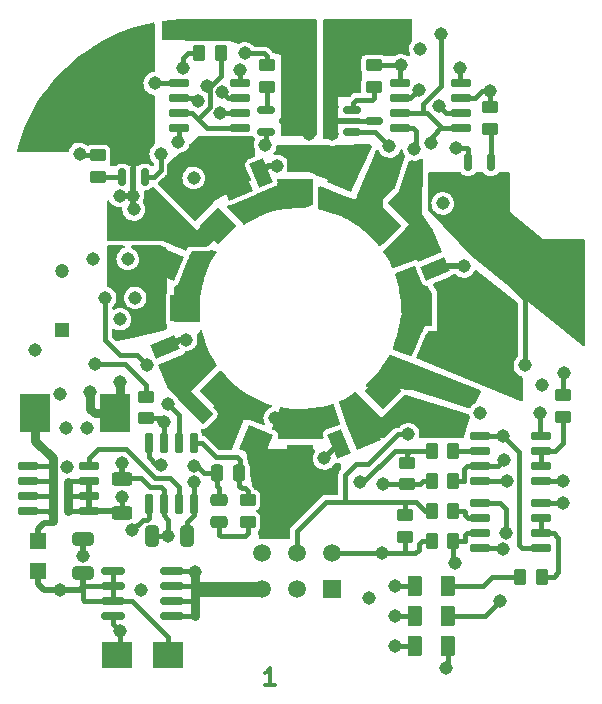
<source format=gbr>
%TF.GenerationSoftware,KiCad,Pcbnew,6.0.1-79c1e3a40b~116~ubuntu20.04.1*%
%TF.CreationDate,2022-01-23T15:23:11-08:00*%
%TF.ProjectId,led-ring-driver,6c65642d-7269-46e6-972d-647269766572,rev?*%
%TF.SameCoordinates,Original*%
%TF.FileFunction,Copper,L1,Top*%
%TF.FilePolarity,Positive*%
%FSLAX46Y46*%
G04 Gerber Fmt 4.6, Leading zero omitted, Abs format (unit mm)*
G04 Created by KiCad (PCBNEW 6.0.1-79c1e3a40b~116~ubuntu20.04.1) date 2022-01-23 15:23:11*
%MOMM*%
%LPD*%
G01*
G04 APERTURE LIST*
G04 Aperture macros list*
%AMRoundRect*
0 Rectangle with rounded corners*
0 $1 Rounding radius*
0 $2 $3 $4 $5 $6 $7 $8 $9 X,Y pos of 4 corners*
0 Add a 4 corners polygon primitive as box body*
4,1,4,$2,$3,$4,$5,$6,$7,$8,$9,$2,$3,0*
0 Add four circle primitives for the rounded corners*
1,1,$1+$1,$2,$3*
1,1,$1+$1,$4,$5*
1,1,$1+$1,$6,$7*
1,1,$1+$1,$8,$9*
0 Add four rect primitives between the rounded corners*
20,1,$1+$1,$2,$3,$4,$5,0*
20,1,$1+$1,$4,$5,$6,$7,0*
20,1,$1+$1,$6,$7,$8,$9,0*
20,1,$1+$1,$8,$9,$2,$3,0*%
%AMRotRect*
0 Rectangle, with rotation*
0 The origin of the aperture is its center*
0 $1 length*
0 $2 width*
0 $3 Rotation angle, in degrees counterclockwise*
0 Add horizontal line*
21,1,$1,$2,0,0,$3*%
G04 Aperture macros list end*
%ADD10C,0.300000*%
%TA.AperFunction,NonConductor*%
%ADD11C,0.300000*%
%TD*%
%TA.AperFunction,SMDPad,CuDef*%
%ADD12RoundRect,0.250000X-0.262500X-0.450000X0.262500X-0.450000X0.262500X0.450000X-0.262500X0.450000X0*%
%TD*%
%TA.AperFunction,SMDPad,CuDef*%
%ADD13RotRect,2.200000X2.200000X292.500000*%
%TD*%
%TA.AperFunction,SMDPad,CuDef*%
%ADD14RotRect,1.250000X2.200000X292.500000*%
%TD*%
%TA.AperFunction,SMDPad,CuDef*%
%ADD15RotRect,2.200000X2.200000X45.000000*%
%TD*%
%TA.AperFunction,SMDPad,CuDef*%
%ADD16RotRect,1.250000X2.200000X45.000000*%
%TD*%
%TA.AperFunction,SMDPad,CuDef*%
%ADD17RotRect,2.200000X2.200000X247.500000*%
%TD*%
%TA.AperFunction,SMDPad,CuDef*%
%ADD18RotRect,1.250000X2.200000X247.500000*%
%TD*%
%TA.AperFunction,SMDPad,CuDef*%
%ADD19R,2.200000X2.200000*%
%TD*%
%TA.AperFunction,SMDPad,CuDef*%
%ADD20R,2.200000X1.250000*%
%TD*%
%TA.AperFunction,SMDPad,CuDef*%
%ADD21RoundRect,0.250000X0.325000X0.650000X-0.325000X0.650000X-0.325000X-0.650000X0.325000X-0.650000X0*%
%TD*%
%TA.AperFunction,SMDPad,CuDef*%
%ADD22RoundRect,0.250000X-0.375000X-0.625000X0.375000X-0.625000X0.375000X0.625000X-0.375000X0.625000X0*%
%TD*%
%TA.AperFunction,SMDPad,CuDef*%
%ADD23RoundRect,0.150000X-0.725000X-0.150000X0.725000X-0.150000X0.725000X0.150000X-0.725000X0.150000X0*%
%TD*%
%TA.AperFunction,SMDPad,CuDef*%
%ADD24RoundRect,0.250000X0.650000X-0.325000X0.650000X0.325000X-0.650000X0.325000X-0.650000X-0.325000X0*%
%TD*%
%TA.AperFunction,SMDPad,CuDef*%
%ADD25RotRect,2.200000X2.200000X225.000000*%
%TD*%
%TA.AperFunction,SMDPad,CuDef*%
%ADD26RotRect,1.250000X2.200000X225.000000*%
%TD*%
%TA.AperFunction,ComponentPad*%
%ADD27R,1.520000X1.520000*%
%TD*%
%TA.AperFunction,ComponentPad*%
%ADD28C,1.520000*%
%TD*%
%TA.AperFunction,SMDPad,CuDef*%
%ADD29RoundRect,0.250000X0.450000X-0.262500X0.450000X0.262500X-0.450000X0.262500X-0.450000X-0.262500X0*%
%TD*%
%TA.AperFunction,SMDPad,CuDef*%
%ADD30RotRect,2.200000X2.200000X135.000000*%
%TD*%
%TA.AperFunction,SMDPad,CuDef*%
%ADD31RotRect,1.250000X2.200000X135.000000*%
%TD*%
%TA.AperFunction,SMDPad,CuDef*%
%ADD32RoundRect,0.250000X-0.450000X0.262500X-0.450000X-0.262500X0.450000X-0.262500X0.450000X0.262500X0*%
%TD*%
%TA.AperFunction,SMDPad,CuDef*%
%ADD33RotRect,2.200000X2.200000X337.500000*%
%TD*%
%TA.AperFunction,SMDPad,CuDef*%
%ADD34RotRect,1.250000X2.200000X337.500000*%
%TD*%
%TA.AperFunction,SMDPad,CuDef*%
%ADD35RotRect,2.200000X2.200000X202.500000*%
%TD*%
%TA.AperFunction,SMDPad,CuDef*%
%ADD36RotRect,1.250000X2.200000X202.500000*%
%TD*%
%TA.AperFunction,SMDPad,CuDef*%
%ADD37RotRect,2.200000X2.200000X157.500000*%
%TD*%
%TA.AperFunction,SMDPad,CuDef*%
%ADD38RotRect,1.250000X2.200000X157.500000*%
%TD*%
%TA.AperFunction,SMDPad,CuDef*%
%ADD39RotRect,2.200000X2.200000X112.500000*%
%TD*%
%TA.AperFunction,SMDPad,CuDef*%
%ADD40RotRect,1.250000X2.200000X112.500000*%
%TD*%
%TA.AperFunction,SMDPad,CuDef*%
%ADD41RoundRect,0.150000X-0.825000X-0.150000X0.825000X-0.150000X0.825000X0.150000X-0.825000X0.150000X0*%
%TD*%
%TA.AperFunction,SMDPad,CuDef*%
%ADD42R,1.397000X1.473200*%
%TD*%
%TA.AperFunction,SMDPad,CuDef*%
%ADD43R,1.250000X2.200000*%
%TD*%
%TA.AperFunction,SMDPad,CuDef*%
%ADD44RoundRect,0.250000X0.475000X-0.250000X0.475000X0.250000X-0.475000X0.250000X-0.475000X-0.250000X0*%
%TD*%
%TA.AperFunction,SMDPad,CuDef*%
%ADD45RoundRect,0.150000X-0.150000X0.587500X-0.150000X-0.587500X0.150000X-0.587500X0.150000X0.587500X0*%
%TD*%
%TA.AperFunction,SMDPad,CuDef*%
%ADD46R,2.500000X2.300000*%
%TD*%
%TA.AperFunction,ComponentPad*%
%ADD47C,1.200000*%
%TD*%
%TA.AperFunction,ComponentPad*%
%ADD48R,1.200000X1.200000*%
%TD*%
%TA.AperFunction,SMDPad,CuDef*%
%ADD49RotRect,2.200000X2.200000X67.500000*%
%TD*%
%TA.AperFunction,SMDPad,CuDef*%
%ADD50RotRect,1.250000X2.200000X67.500000*%
%TD*%
%TA.AperFunction,SMDPad,CuDef*%
%ADD51RoundRect,0.150000X-0.587500X-0.150000X0.587500X-0.150000X0.587500X0.150000X-0.587500X0.150000X0*%
%TD*%
%TA.AperFunction,SMDPad,CuDef*%
%ADD52RoundRect,0.250000X0.250000X0.475000X-0.250000X0.475000X-0.250000X-0.475000X0.250000X-0.475000X0*%
%TD*%
%TA.AperFunction,SMDPad,CuDef*%
%ADD53RoundRect,0.250000X0.625000X-0.312500X0.625000X0.312500X-0.625000X0.312500X-0.625000X-0.312500X0*%
%TD*%
%TA.AperFunction,SMDPad,CuDef*%
%ADD54RoundRect,0.150000X-0.150000X0.725000X-0.150000X-0.725000X0.150000X-0.725000X0.150000X0.725000X0*%
%TD*%
%TA.AperFunction,SMDPad,CuDef*%
%ADD55RoundRect,0.150000X0.725000X0.150000X-0.725000X0.150000X-0.725000X-0.150000X0.725000X-0.150000X0*%
%TD*%
%TA.AperFunction,SMDPad,CuDef*%
%ADD56RotRect,2.200000X2.200000X22.500000*%
%TD*%
%TA.AperFunction,SMDPad,CuDef*%
%ADD57RotRect,1.250000X2.200000X22.500000*%
%TD*%
%TA.AperFunction,SMDPad,CuDef*%
%ADD58RotRect,2.200000X2.200000X315.000000*%
%TD*%
%TA.AperFunction,SMDPad,CuDef*%
%ADD59RotRect,1.250000X2.200000X315.000000*%
%TD*%
%TA.AperFunction,SMDPad,CuDef*%
%ADD60RoundRect,0.150000X0.150000X-0.587500X0.150000X0.587500X-0.150000X0.587500X-0.150000X-0.587500X0*%
%TD*%
%TA.AperFunction,SMDPad,CuDef*%
%ADD61R,2.500000X3.300000*%
%TD*%
%TA.AperFunction,ViaPad*%
%ADD62C,1.143000*%
%TD*%
%TA.AperFunction,Conductor*%
%ADD63C,1.270000*%
%TD*%
%TA.AperFunction,Conductor*%
%ADD64C,0.381000*%
%TD*%
%TA.AperFunction,Conductor*%
%ADD65C,0.762000*%
%TD*%
%TA.AperFunction,Conductor*%
%ADD66C,0.508000*%
%TD*%
G04 APERTURE END LIST*
D10*
D11*
X149653571Y-120820571D02*
X148796428Y-120820571D01*
X149225000Y-120820571D02*
X149225000Y-119320571D01*
X149082142Y-119534857D01*
X148939285Y-119677714D01*
X148796428Y-119749142D01*
D12*
%TO.P,R13,1*%
%TO.N,/DISABLE_H*%
X162917500Y-108585000D03*
%TO.P,R13,2*%
%TO.N,Net-(R13-Pad2)*%
X164742500Y-108585000D03*
%TD*%
D13*
%TO.P,D16,1,K*%
%TO.N,/LED2C*%
X162342585Y-83496508D03*
D14*
%TO.P,D16,2,A*%
%TO.N,/Boost Converter/+15V*%
X163213190Y-85598334D03*
%TD*%
D15*
%TO.P,D14,1,K*%
%TO.N,/LED2B*%
X158748604Y-81916396D03*
D16*
%TO.P,D14,2,A*%
%TO.N,/LED2C*%
X160357272Y-80307728D03*
%TD*%
D17*
%TO.P,D18,1,K*%
%TO.N,/LED3A*%
X163031415Y-92513508D03*
D18*
%TO.P,D18,2,A*%
%TO.N,/LED3B*%
X162160810Y-94615334D03*
%TD*%
D19*
%TO.P,D11,1,K*%
%TO.N,/LED Current Regulator/LED4_NEG*%
X151765000Y-98795000D03*
D20*
%TO.P,D11,2,A*%
%TO.N,/LED4A*%
X151765000Y-101070000D03*
%TD*%
D12*
%TO.P,R10,1*%
%TO.N,/PWM_L*%
X162917500Y-100965000D03*
%TO.P,R10,2*%
%TO.N,Net-(R10-Pad2)*%
X164742500Y-100965000D03*
%TD*%
D21*
%TO.P,C3,1*%
%TO.N,+5V*%
X142191000Y-108204000D03*
%TO.P,C3,2*%
%TO.N,GND*%
X139241000Y-108204000D03*
%TD*%
D22*
%TO.P,D20,1,K*%
%TO.N,GND*%
X161517500Y-114935000D03*
%TO.P,D20,2,A*%
%TO.N,Net-(D20-Pad2)*%
X164317500Y-114935000D03*
%TD*%
D23*
%TO.P,U3,1*%
%TO.N,Net-(R29-Pad1)*%
X160210500Y-69850000D03*
%TO.P,U3,2,-*%
%TO.N,Net-(Q5-Pad2)*%
X160210500Y-71120000D03*
%TO.P,U3,3,+*%
%TO.N,Net-(Q7-Pad3)*%
X160210500Y-72390000D03*
%TO.P,U3,4,V-*%
%TO.N,GND*%
X160210500Y-73660000D03*
%TO.P,U3,5,+*%
%TO.N,Net-(Q7-Pad3)*%
X165360500Y-73660000D03*
%TO.P,U3,6,-*%
%TO.N,Net-(Q6-Pad2)*%
X165360500Y-72390000D03*
%TO.P,U3,7*%
%TO.N,Net-(R14-Pad1)*%
X165360500Y-71120000D03*
%TO.P,U3,8,V+*%
%TO.N,+5V*%
X165360500Y-69850000D03*
%TD*%
D24*
%TO.P,C2,1*%
%TO.N,/Boost Converter/V_P*%
X133350000Y-111330000D03*
%TO.P,C2,2*%
%TO.N,GND*%
X133350000Y-108380000D03*
%TD*%
D25*
%TO.P,D7,1,K*%
%TO.N,/LED4B*%
X144781396Y-95883604D03*
D26*
%TO.P,D7,2,A*%
%TO.N,/LED4C*%
X143172728Y-97492272D03*
%TD*%
D27*
%TO.P,J1,1,1*%
%TO.N,/PWM_H*%
X154493501Y-112643001D03*
D28*
%TO.P,J1,2,2*%
%TO.N,/PWM_L*%
X151493502Y-112643001D03*
%TO.P,J1,3,3*%
%TO.N,/VIN*%
X148493503Y-112643001D03*
%TO.P,J1,4,4*%
%TO.N,/DISABLE_H*%
X154493501Y-109643002D03*
%TO.P,J1,5,5*%
%TO.N,/DISABLE_L*%
X151493502Y-109643002D03*
%TO.P,J1,6,6*%
%TO.N,GND*%
X148493503Y-109643002D03*
%TD*%
D29*
%TO.P,R9,1*%
%TO.N,/DISABLE_H*%
X160655000Y-108227500D03*
%TO.P,R9,2*%
%TO.N,/DISABLE_L*%
X160655000Y-106402500D03*
%TD*%
D30*
%TO.P,D6,1,K*%
%TO.N,/LED1B*%
X144781396Y-81916396D03*
D31*
%TO.P,D6,2,A*%
%TO.N,/LED1C*%
X143172728Y-80307728D03*
%TD*%
D32*
%TO.P,R5,1*%
%TO.N,Net-(C5-Pad1)*%
X147320000Y-105132500D03*
%TO.P,R5,2*%
%TO.N,Net-(C4-Pad1)*%
X147320000Y-106957500D03*
%TD*%
D33*
%TO.P,D12,1,K*%
%TO.N,/LED2A*%
X155505508Y-77633585D03*
D34*
%TO.P,D12,2,A*%
%TO.N,/LED2B*%
X157607334Y-78504190D03*
%TD*%
D32*
%TO.P,R6,1*%
%TO.N,Net-(R30-Pad1)*%
X148971000Y-68302500D03*
%TO.P,R6,2*%
%TO.N,Net-(Q4-Pad1)*%
X148971000Y-70127500D03*
%TD*%
%TO.P,R1,1*%
%TO.N,Net-(R1-Pad1)*%
X134620000Y-75922500D03*
%TO.P,R1,2*%
%TO.N,Net-(Q2-Pad1)*%
X134620000Y-77747500D03*
%TD*%
D35*
%TO.P,D13,1,K*%
%TO.N,/LED3C*%
X157168492Y-99477585D03*
D36*
%TO.P,D13,2,A*%
%TO.N,/Boost Converter/+15V*%
X155066666Y-100348190D03*
%TD*%
D37*
%TO.P,D9,1,K*%
%TO.N,/LED4A*%
X148024492Y-100166415D03*
D38*
%TO.P,D9,2,A*%
%TO.N,/LED4B*%
X145922666Y-99295810D03*
%TD*%
D23*
%TO.P,U5,1*%
%TO.N,Net-(Q7-Pad1)*%
X166970000Y-105410000D03*
%TO.P,U5,2,-*%
%TO.N,Net-(R12-Pad2)*%
X166970000Y-106680000D03*
%TO.P,U5,3,+*%
%TO.N,Net-(R13-Pad2)*%
X166970000Y-107950000D03*
%TO.P,U5,4,V-*%
%TO.N,GND*%
X166970000Y-109220000D03*
%TO.P,U5,5,+*%
%TO.N,Net-(R17-Pad1)*%
X172120000Y-109220000D03*
%TO.P,U5,6,-*%
%TO.N,Net-(R15-Pad2)*%
X172120000Y-107950000D03*
%TO.P,U5,7*%
X172120000Y-106680000D03*
%TO.P,U5,8,V+*%
%TO.N,+5V*%
X172120000Y-105410000D03*
%TD*%
D39*
%TO.P,D5,1,K*%
%TO.N,/LED4C*%
X141187415Y-94303492D03*
D40*
%TO.P,D5,2,A*%
%TO.N,/Boost Converter/+15V*%
X140316810Y-92201666D03*
%TD*%
D22*
%TO.P,D21,1,K*%
%TO.N,GND*%
X161517500Y-117475000D03*
%TO.P,D21,2,A*%
%TO.N,Net-(D21-Pad2)*%
X164317500Y-117475000D03*
%TD*%
D29*
%TO.P,R8,1*%
%TO.N,/PWM_H*%
X160782000Y-103782500D03*
%TO.P,R8,2*%
%TO.N,/PWM_L*%
X160782000Y-101957500D03*
%TD*%
D22*
%TO.P,D19,1,K*%
%TO.N,GND*%
X161517500Y-112395000D03*
%TO.P,D19,2,A*%
%TO.N,Net-(D19-Pad2)*%
X164317500Y-112395000D03*
%TD*%
D41*
%TO.P,Q3,1,S*%
%TO.N,/Boost Converter/V_P*%
X135955000Y-111125000D03*
%TO.P,Q3,2,S*%
X135955000Y-112395000D03*
%TO.P,Q3,3,S*%
X135955000Y-113665000D03*
%TO.P,Q3,4,G*%
%TO.N,Net-(D2-Pad2)*%
X135955000Y-114935000D03*
%TO.P,Q3,5,D*%
%TO.N,/VIN*%
X140905000Y-114935000D03*
%TO.P,Q3,6,D*%
X140905000Y-113665000D03*
%TO.P,Q3,7,D*%
X140905000Y-112395000D03*
%TO.P,Q3,8,D*%
X140905000Y-111125000D03*
%TD*%
D32*
%TO.P,R7,1*%
%TO.N,Net-(R29-Pad1)*%
X157988000Y-68302500D03*
%TO.P,R7,2*%
%TO.N,Net-(Q5-Pad1)*%
X157988000Y-70127500D03*
%TD*%
D19*
%TO.P,D10,1,K*%
%TO.N,/LED Current Regulator/LED2_NEG*%
X151765000Y-79005000D03*
D20*
%TO.P,D10,2,A*%
%TO.N,/LED2A*%
X151765000Y-76730000D03*
%TD*%
D42*
%TO.P,L1,1,1*%
%TO.N,/Boost Converter/V_P*%
X129540000Y-111120800D03*
%TO.P,L1,2,2*%
%TO.N,/Boost Converter/SW*%
X129540000Y-108589200D03*
%TD*%
D12*
%TO.P,R11,1*%
%TO.N,/PWM_H*%
X162917500Y-103505000D03*
%TO.P,R11,2*%
%TO.N,Net-(R11-Pad2)*%
X164742500Y-103505000D03*
%TD*%
D19*
%TO.P,D4,1,K*%
%TO.N,/LED Current Regulator/LED1_NEG*%
X141870000Y-88900000D03*
D43*
%TO.P,D4,2,A*%
%TO.N,/LED1A*%
X139595000Y-88900000D03*
%TD*%
D44*
%TO.P,C4,1*%
%TO.N,Net-(C4-Pad1)*%
X144907000Y-106995000D03*
%TO.P,C4,2*%
%TO.N,GND*%
X144907000Y-105095000D03*
%TD*%
D32*
%TO.P,R3,1*%
%TO.N,Net-(C15-Pad1)*%
X138684000Y-96369500D03*
%TO.P,R3,2*%
%TO.N,Net-(R3-Pad2)*%
X138684000Y-98194500D03*
%TD*%
D12*
%TO.P,R4,1*%
%TO.N,GND*%
X143232500Y-67310000D03*
%TO.P,R4,2*%
%TO.N,Net-(Q7-Pad3)*%
X145057500Y-67310000D03*
%TD*%
D45*
%TO.P,Q6,1,B*%
%TO.N,Net-(Q6-Pad1)*%
X167891500Y-76532500D03*
%TO.P,Q6,2,E*%
%TO.N,Net-(Q6-Pad2)*%
X165991500Y-76532500D03*
%TO.P,Q6,3,C*%
%TO.N,/LED Current Regulator/LED4_NEG*%
X166941500Y-78407500D03*
%TD*%
D46*
%TO.P,D2,1,K*%
%TO.N,/Boost Converter/V_P*%
X140580000Y-118237000D03*
%TO.P,D2,2,A*%
%TO.N,Net-(D2-Pad2)*%
X136280000Y-118237000D03*
%TD*%
D47*
%TO.P,C1,N*%
%TO.N,GND*%
X131572000Y-85765000D03*
D48*
%TO.P,C1,P*%
%TO.N,/Boost Converter/+15V*%
X131572000Y-90765000D03*
%TD*%
D49*
%TO.P,D3,1,K*%
%TO.N,/LED1A*%
X140498585Y-85159492D03*
D50*
%TO.P,D3,2,A*%
%TO.N,/LED1B*%
X141369190Y-83057666D03*
%TD*%
D23*
%TO.P,U2,1*%
%TO.N,Net-(R1-Pad1)*%
X141535000Y-69850000D03*
%TO.P,U2,2,-*%
%TO.N,Net-(Q11-Pad2)*%
X141535000Y-71120000D03*
%TO.P,U2,3,+*%
%TO.N,Net-(Q7-Pad3)*%
X141535000Y-72390000D03*
%TO.P,U2,4,V-*%
%TO.N,GND*%
X141535000Y-73660000D03*
%TO.P,U2,5,+*%
%TO.N,Net-(Q7-Pad3)*%
X146685000Y-73660000D03*
%TO.P,U2,6,-*%
%TO.N,Net-(Q10-Pad2)*%
X146685000Y-72390000D03*
%TO.P,U2,7*%
%TO.N,Net-(R30-Pad1)*%
X146685000Y-71120000D03*
%TO.P,U2,8,V+*%
%TO.N,+5V*%
X146685000Y-69850000D03*
%TD*%
%TO.P,U4,1*%
%TO.N,Net-(R17-Pad1)*%
X166970000Y-99695000D03*
%TO.P,U4,2,-*%
%TO.N,Net-(R10-Pad2)*%
X166970000Y-100965000D03*
%TO.P,U4,3,+*%
%TO.N,Net-(R11-Pad2)*%
X166970000Y-102235000D03*
%TO.P,U4,4,V-*%
%TO.N,GND*%
X166970000Y-103505000D03*
%TO.P,U4,5,+*%
%TO.N,Net-(C6-Pad1)*%
X172120000Y-103505000D03*
%TO.P,U4,6,-*%
%TO.N,Net-(R16-Pad1)*%
X172120000Y-102235000D03*
%TO.P,U4,7*%
X172120000Y-100965000D03*
%TO.P,U4,8,V+*%
%TO.N,+5V*%
X172120000Y-99695000D03*
%TD*%
D51*
%TO.P,Q4,1,B*%
%TO.N,Net-(Q4-Pad1)*%
X148887500Y-72075000D03*
%TO.P,Q4,2,E*%
%TO.N,Net-(Q10-Pad2)*%
X148887500Y-73975000D03*
%TO.P,Q4,3,C*%
%TO.N,/LED Current Regulator/LED2_NEG*%
X150762500Y-73025000D03*
%TD*%
%TO.P,Q5,1,B*%
%TO.N,Net-(Q5-Pad1)*%
X156168000Y-72075000D03*
%TO.P,Q5,2,E*%
%TO.N,Net-(Q5-Pad2)*%
X156168000Y-73975000D03*
%TO.P,Q5,3,C*%
%TO.N,/LED Current Regulator/LED3_NEG*%
X158043000Y-73025000D03*
%TD*%
D52*
%TO.P,C5,1*%
%TO.N,Net-(C5-Pad1)*%
X146619000Y-102870000D03*
%TO.P,C5,2*%
%TO.N,GND*%
X144719000Y-102870000D03*
%TD*%
D53*
%TO.P,R2,1*%
%TO.N,Net-(Q1-Pad1)*%
X136652000Y-106237500D03*
%TO.P,R2,2*%
%TO.N,GND*%
X136652000Y-103312500D03*
%TD*%
D54*
%TO.P,U1,1,COMP*%
%TO.N,Net-(C5-Pad1)*%
X142748000Y-100295000D03*
%TO.P,U1,2,FB*%
%TO.N,Net-(R33-Pad2)*%
X141478000Y-100295000D03*
%TO.P,U1,3,EN/UVLO*%
%TO.N,Net-(R3-Pad2)*%
X140208000Y-100295000D03*
%TO.P,U1,4,CS*%
%TO.N,Net-(C11-Pad1)*%
X138938000Y-100295000D03*
%TO.P,U1,5,VDD*%
%TO.N,Net-(C12-Pad1)*%
X138938000Y-105445000D03*
%TO.P,U1,6,GND*%
%TO.N,GND*%
X140208000Y-105445000D03*
%TO.P,U1,7,OUTN*%
%TO.N,Net-(Q1-Pad4)*%
X141478000Y-105445000D03*
%TO.P,U1,8,VIN*%
%TO.N,+5V*%
X142748000Y-105445000D03*
%TD*%
D55*
%TO.P,Q1,1,S*%
%TO.N,Net-(Q1-Pad1)*%
X133893000Y-106045000D03*
%TO.P,Q1,2,S*%
X133893000Y-104775000D03*
%TO.P,Q1,3,S*%
X133893000Y-103505000D03*
%TO.P,Q1,4,G*%
%TO.N,Net-(Q1-Pad4)*%
X133893000Y-102235000D03*
%TO.P,Q1,5,D*%
%TO.N,/Boost Converter/SW*%
X128743000Y-102235000D03*
%TO.P,Q1,6,D*%
X128743000Y-103505000D03*
%TO.P,Q1,7,D*%
X128743000Y-104775000D03*
%TO.P,Q1,8,D*%
X128743000Y-106045000D03*
%TD*%
D56*
%TO.P,D8,1,K*%
%TO.N,/LED1C*%
X146361508Y-78322415D03*
D57*
%TO.P,D8,2,A*%
%TO.N,/Boost Converter/+15V*%
X148463334Y-77451810D03*
%TD*%
D12*
%TO.P,R12,1*%
%TO.N,/DISABLE_L*%
X162917500Y-106045000D03*
%TO.P,R12,2*%
%TO.N,Net-(R12-Pad2)*%
X164742500Y-106045000D03*
%TD*%
D58*
%TO.P,D15,1,K*%
%TO.N,/LED3B*%
X158748604Y-95883604D03*
D59*
%TO.P,D15,2,A*%
%TO.N,/LED3C*%
X160357272Y-97492272D03*
%TD*%
D29*
%TO.P,R16,1*%
%TO.N,Net-(R16-Pad1)*%
X173990000Y-98067500D03*
%TO.P,R16,2*%
%TO.N,Net-(Q7-Pad3)*%
X173990000Y-96242500D03*
%TD*%
D60*
%TO.P,Q2,1,B*%
%TO.N,Net-(Q2-Pad1)*%
X136692500Y-77772500D03*
%TO.P,Q2,2,E*%
%TO.N,Net-(Q11-Pad2)*%
X138592500Y-77772500D03*
%TO.P,Q2,3,C*%
%TO.N,/LED Current Regulator/LED1_NEG*%
X137642500Y-75897500D03*
%TD*%
D19*
%TO.P,D17,1,K*%
%TO.N,/LED Current Regulator/LED3_NEG*%
X161660000Y-88900000D03*
D43*
%TO.P,D17,2,A*%
%TO.N,/LED3A*%
X163935000Y-88900000D03*
%TD*%
D12*
%TO.P,R15,1*%
%TO.N,Net-(D19-Pad2)*%
X170410500Y-111633000D03*
%TO.P,R15,2*%
%TO.N,Net-(R15-Pad2)*%
X172235500Y-111633000D03*
%TD*%
D61*
%TO.P,D1,1,K*%
%TO.N,/Boost Converter/+15V*%
X136115000Y-97790000D03*
%TO.P,D1,2,A*%
%TO.N,/Boost Converter/SW*%
X129315000Y-97790000D03*
%TD*%
D32*
%TO.P,R14,1*%
%TO.N,Net-(R14-Pad1)*%
X167830500Y-71858500D03*
%TO.P,R14,2*%
%TO.N,Net-(Q6-Pad1)*%
X167830500Y-73683500D03*
%TD*%
D62*
%TO.N,/VIN*%
X142875000Y-111252000D03*
%TO.N,GND*%
X169291000Y-103505000D03*
X137160000Y-84709000D03*
X172212000Y-95377000D03*
X131953000Y-99060000D03*
X136505433Y-89808567D03*
X132016000Y-102362000D03*
X138303000Y-112776000D03*
X133350000Y-109855000D03*
X141443000Y-74803000D03*
X161417000Y-75438000D03*
X161925000Y-66929000D03*
X136652000Y-101981000D03*
X141824000Y-68580000D03*
X142748000Y-77851000D03*
X167005000Y-97790000D03*
X159766000Y-114935000D03*
X137795000Y-88011000D03*
X163830000Y-80010000D03*
X133731000Y-99060000D03*
X159766000Y-117475000D03*
X142748000Y-102235000D03*
X168902855Y-109257533D03*
X140589000Y-108204000D03*
X159766000Y-112395000D03*
%TO.N,+5V*%
X135255000Y-88011000D03*
X172085000Y-97790000D03*
X165325500Y-68580000D03*
X173990000Y-105410000D03*
X146650000Y-68707000D03*
X134239000Y-84709000D03*
X138811000Y-93726000D03*
X142748000Y-103632000D03*
%TO.N,/Boost Converter/+15V*%
X149839998Y-76835000D03*
X133985000Y-96012000D03*
X136525000Y-95123000D03*
X165608000Y-85344000D03*
X131445000Y-96139000D03*
X153797000Y-101600000D03*
X142113000Y-91567000D03*
X157607000Y-113411000D03*
%TO.N,Net-(D2-Pad2)*%
X136525000Y-116205000D03*
%TO.N,/LED Current Regulator/LED1_NEG*%
X135509000Y-74422000D03*
X143129000Y-85979000D03*
X134366000Y-74422000D03*
X135001000Y-73533000D03*
X137607500Y-79375000D03*
X137668000Y-80518000D03*
X136474200Y-79375000D03*
%TO.N,/LED Current Regulator/LED2_NEG*%
X152492000Y-73025000D03*
X149352000Y-79756000D03*
X152492000Y-74133000D03*
X152527000Y-71882000D03*
%TO.N,/LED Current Regulator/LED3_NEG*%
X154432000Y-73025000D03*
X161036000Y-90932000D03*
X154432000Y-71882000D03*
X154432000Y-74168000D03*
%TO.N,/LED Current Regulator/LED4_NEG*%
X166941500Y-80264000D03*
X168097200Y-80238600D03*
X165785800Y-80264000D03*
X170789600Y-93726000D03*
X149606000Y-98196400D03*
%TO.N,Net-(D20-Pad2)*%
X168656000Y-113665000D03*
%TO.N,Net-(D21-Pad2)*%
X164084000Y-119380000D03*
%TO.N,/PWM_H*%
X158750000Y-103759000D03*
%TO.N,/PWM_L*%
X156845000Y-103632000D03*
%TO.N,/DISABLE_H*%
X158707998Y-109643002D03*
%TO.N,/DISABLE_L*%
X160909000Y-99568000D03*
%TO.N,Net-(Q7-Pad1)*%
X169164000Y-107885665D03*
%TO.N,/Boost Converter/V_P*%
X131445000Y-112776000D03*
X129286000Y-92456000D03*
%TO.N,Net-(C6-Pad1)*%
X173990000Y-103505000D03*
%TO.N,Net-(C11-Pad1)*%
X140013470Y-102119990D03*
%TO.N,Net-(Q10-Pad2)*%
X144999000Y-72390000D03*
X148809000Y-75057000D03*
%TO.N,Net-(C12-Pad1)*%
X137541000Y-107696000D03*
%TO.N,Net-(Q11-Pad2)*%
X139954000Y-75819000D03*
X143094489Y-71306466D03*
%TO.N,Net-(Q5-Pad2)*%
X159321500Y-75184000D03*
X161836010Y-70373776D03*
%TO.N,Net-(Q6-Pad2)*%
X164973000Y-75311000D03*
X163512500Y-71755000D03*
%TO.N,Net-(Q7-Pad3)*%
X163703000Y-65659000D03*
X174117000Y-94361000D03*
X143834066Y-70080572D03*
X162869000Y-74930000D03*
%TO.N,Net-(R29-Pad1)*%
X160274000Y-68326000D03*
%TO.N,Net-(C15-Pad1)*%
X134366000Y-93599000D03*
%TO.N,Net-(R1-Pad1)*%
X139446000Y-69850000D03*
X133096000Y-75819000D03*
%TO.N,Net-(R11-Pad2)*%
X169037000Y-101727000D03*
%TO.N,Net-(R3-Pad2)*%
X140208000Y-98552000D03*
%TO.N,Net-(R30-Pad1)*%
X145125500Y-70612000D03*
X147066000Y-67310000D03*
%TO.N,Net-(R13-Pad2)*%
X164846000Y-110490000D03*
%TO.N,Net-(R14-Pad1)*%
X167865500Y-70485000D03*
%TO.N,Net-(R17-Pad1)*%
X168910000Y-99695000D03*
%TO.N,Net-(Q1-Pad1)*%
X136652000Y-104902000D03*
%TO.N,Net-(R33-Pad2)*%
X140590000Y-97028000D03*
%TD*%
D63*
%TO.N,/VIN*%
X148493503Y-112643001D02*
X143261999Y-112643001D01*
D64*
X142748000Y-111125000D02*
X142875000Y-111252000D01*
D65*
X142875000Y-111125000D02*
X142875000Y-113284000D01*
X142875000Y-112522000D02*
X142875000Y-111125000D01*
X142875000Y-113284000D02*
X142875000Y-113665000D01*
D64*
X140905000Y-111125000D02*
X142748000Y-111125000D01*
X142748000Y-112395000D02*
X142875000Y-112522000D01*
X140905000Y-113665000D02*
X142875000Y-113665000D01*
D63*
X143261999Y-112643001D02*
X143256000Y-112649000D01*
D64*
X140905000Y-114935000D02*
X142875000Y-114935000D01*
D65*
X142880999Y-112770001D02*
X142875000Y-112776000D01*
X142875000Y-112776000D02*
X142875000Y-112522000D01*
X142875000Y-113665000D02*
X142875000Y-114935000D01*
D64*
X140905000Y-112395000D02*
X142748000Y-112395000D01*
%TO.N,GND*%
X141824000Y-67726000D02*
X141824000Y-68580000D01*
X161353500Y-73660000D02*
X161607500Y-73914000D01*
X138303000Y-103251000D02*
X136713500Y-103251000D01*
X166970000Y-109220000D02*
X168865322Y-109220000D01*
X161517500Y-117475000D02*
X159766000Y-117475000D01*
X139241000Y-108204000D02*
X140589000Y-108204000D01*
D66*
X136652000Y-103312500D02*
X136652000Y-101981000D01*
X133350000Y-109855000D02*
X133350000Y-108380000D01*
D64*
X141535000Y-74711000D02*
X141443000Y-74803000D01*
X161607500Y-75247500D02*
X161417000Y-75438000D01*
X140208000Y-104267000D02*
X139954000Y-104013000D01*
X144907000Y-104140000D02*
X144907000Y-105095000D01*
X141535000Y-73660000D02*
X141535000Y-74711000D01*
X143637000Y-102870000D02*
X144719000Y-102870000D01*
X139065000Y-104013000D02*
X138303000Y-103251000D01*
X160210500Y-73660000D02*
X161353500Y-73660000D01*
X161517500Y-112395000D02*
X159766000Y-112395000D01*
X169291000Y-103505000D02*
X166970000Y-103505000D01*
X142240000Y-67310000D02*
X141824000Y-67726000D01*
X143002000Y-102235000D02*
X143637000Y-102870000D01*
X136713500Y-103251000D02*
X136652000Y-103312500D01*
X168865322Y-109220000D02*
X168902855Y-109257533D01*
X140208000Y-106426000D02*
X140208000Y-105445000D01*
X140589000Y-108204000D02*
X140589000Y-106807000D01*
X161517500Y-114935000D02*
X159766000Y-114935000D01*
X144719000Y-103952000D02*
X144907000Y-104140000D01*
X139954000Y-104013000D02*
X139065000Y-104013000D01*
X144719000Y-102870000D02*
X144719000Y-103952000D01*
X161607500Y-73914000D02*
X161607500Y-75247500D01*
X140208000Y-105445000D02*
X140208000Y-104267000D01*
X140589000Y-106807000D02*
X140208000Y-106426000D01*
X143232500Y-67310000D02*
X142240000Y-67310000D01*
X142748000Y-102235000D02*
X143002000Y-102235000D01*
%TO.N,+5V*%
X172085000Y-97790000D02*
X172085000Y-99660000D01*
X136525000Y-92837000D02*
X135255000Y-91567000D01*
X165325500Y-69815000D02*
X165360500Y-69850000D01*
X165325500Y-68580000D02*
X165325500Y-69815000D01*
X142748000Y-103632000D02*
X142748000Y-105445000D01*
X137922000Y-92837000D02*
X136525000Y-92837000D01*
X146685000Y-69850000D02*
X146685000Y-68742000D01*
X142748000Y-105445000D02*
X142748000Y-106426000D01*
X142191000Y-106983000D02*
X142191000Y-108204000D01*
X146685000Y-68742000D02*
X146650000Y-68707000D01*
X172120000Y-105410000D02*
X173990000Y-105410000D01*
X142748000Y-106426000D02*
X142191000Y-106983000D01*
X172085000Y-99660000D02*
X172120000Y-99695000D01*
X135255000Y-91567000D02*
X135255000Y-88011000D01*
X137922000Y-92837000D02*
X138811000Y-93726000D01*
D66*
%TO.N,/Boost Converter/+15V*%
X163213190Y-85598334D02*
X163702666Y-85598334D01*
D65*
X133985000Y-96012000D02*
X133985000Y-97409000D01*
D66*
X141224000Y-91821000D02*
X141478000Y-91567000D01*
D65*
X133985000Y-97409000D02*
X134366000Y-97790000D01*
D66*
X155048810Y-100348190D02*
X153797000Y-101600000D01*
D65*
X134366000Y-97790000D02*
X136115000Y-97790000D01*
D66*
X141478000Y-91567000D02*
X142113000Y-91567000D01*
D65*
X136525000Y-97380000D02*
X136115000Y-97790000D01*
D66*
X149839998Y-76835000D02*
X149080144Y-76835000D01*
X163702666Y-85598334D02*
X163957000Y-85344000D01*
X149080144Y-76835000D02*
X148463334Y-77451810D01*
X140316810Y-92201666D02*
X140843334Y-92201666D01*
X140843334Y-92201666D02*
X141224000Y-91821000D01*
X155066666Y-100348190D02*
X155048810Y-100348190D01*
D65*
X136525000Y-95123000D02*
X136525000Y-97380000D01*
D66*
X163957000Y-85344000D02*
X165608000Y-85344000D01*
D64*
%TO.N,Net-(D2-Pad2)*%
X135955000Y-115635000D02*
X136525000Y-116205000D01*
X136525000Y-117992000D02*
X136280000Y-118237000D01*
X136525000Y-116205000D02*
X136525000Y-117992000D01*
X135955000Y-114935000D02*
X135955000Y-115635000D01*
D66*
%TO.N,/LED Current Regulator/LED1_NEG*%
X137607500Y-79375000D02*
X137642500Y-79340000D01*
X137668000Y-80518000D02*
X137607500Y-80457500D01*
X143129000Y-85979000D02*
X143129000Y-86233000D01*
X137642500Y-79340000D02*
X137642500Y-76987500D01*
X143129000Y-86233000D02*
X141870000Y-87492000D01*
X137607500Y-79375000D02*
X136474200Y-79375000D01*
D64*
X137642500Y-75897500D02*
X137642500Y-76987500D01*
D66*
X137607500Y-80457500D02*
X137607500Y-79375000D01*
X141870000Y-87492000D02*
X141870000Y-88900000D01*
%TO.N,/LED1A*%
X139595000Y-86063077D02*
X139595000Y-88900000D01*
X140498585Y-85159492D02*
X139595000Y-86063077D01*
%TO.N,/LED Current Regulator/LED2_NEG*%
X149352000Y-79756000D02*
X151014000Y-79756000D01*
X152492000Y-73025000D02*
X152492000Y-71917000D01*
X152492000Y-73025000D02*
X152492000Y-74133000D01*
D64*
X152492000Y-73025000D02*
X150762500Y-73025000D01*
D66*
X152492000Y-71917000D02*
X152527000Y-71882000D01*
%TO.N,/LED Current Regulator/LED3_NEG*%
X154432000Y-73025000D02*
X156718000Y-73025000D01*
X161660000Y-90308000D02*
X161036000Y-90932000D01*
D64*
X156718000Y-73025000D02*
X158043000Y-73025000D01*
D66*
X154432000Y-73025000D02*
X154432000Y-74168000D01*
X161660000Y-88900000D02*
X161660000Y-90308000D01*
X154432000Y-73025000D02*
X154432000Y-71882000D01*
%TO.N,/LED Current Regulator/LED4_NEG*%
X168071800Y-80264000D02*
X168097200Y-80238600D01*
X151765000Y-98795000D02*
X150204600Y-98795000D01*
D64*
X166941500Y-84264500D02*
X166941500Y-80264000D01*
D66*
X150204600Y-98795000D02*
X149606000Y-98196400D01*
X165785800Y-80264000D02*
X166941500Y-80264000D01*
D64*
X170789600Y-88112600D02*
X166941500Y-84264500D01*
D66*
X166941500Y-80264000D02*
X168071800Y-80264000D01*
D64*
X166941500Y-78407500D02*
X166941500Y-79565500D01*
D66*
X166941500Y-80264000D02*
X166941500Y-79565500D01*
D64*
X170789600Y-93726000D02*
X170789600Y-88112600D01*
D63*
%TO.N,/LED1B*%
X143640126Y-83057666D02*
X144781396Y-81916396D01*
X141369190Y-83057666D02*
X143640126Y-83057666D01*
D64*
%TO.N,Net-(D19-Pad2)*%
X167259000Y-112395000D02*
X164317500Y-112395000D01*
X168021000Y-111633000D02*
X167259000Y-112395000D01*
X170410500Y-111633000D02*
X168021000Y-111633000D01*
%TO.N,Net-(D20-Pad2)*%
X164317500Y-114935000D02*
X167386000Y-114935000D01*
X167386000Y-114935000D02*
X168656000Y-113665000D01*
%TO.N,Net-(D21-Pad2)*%
X164317500Y-117475000D02*
X164317500Y-119146500D01*
X164317500Y-119146500D02*
X164084000Y-119380000D01*
%TO.N,/PWM_H*%
X162917500Y-103505000D02*
X162179000Y-103505000D01*
X162179000Y-103505000D02*
X161901500Y-103782500D01*
X161901500Y-103782500D02*
X160782000Y-103782500D01*
X158773500Y-103782500D02*
X158750000Y-103759000D01*
X160782000Y-103782500D02*
X158773500Y-103782500D01*
%TO.N,/PWM_L*%
X159766000Y-100965000D02*
X157099000Y-103632000D01*
X162917500Y-100965000D02*
X161036000Y-100965000D01*
X160782000Y-101219000D02*
X160782000Y-101957500D01*
X161036000Y-100965000D02*
X159766000Y-100965000D01*
X161036000Y-100965000D02*
X160782000Y-101219000D01*
X157099000Y-103632000D02*
X156845000Y-103632000D01*
%TO.N,/DISABLE_H*%
X160485998Y-109643002D02*
X158707998Y-109643002D01*
X162052000Y-108585000D02*
X161798000Y-108839000D01*
X158707998Y-109643002D02*
X154493501Y-109643002D01*
X161798000Y-109347000D02*
X161501998Y-109643002D01*
X162917500Y-108585000D02*
X162052000Y-108585000D01*
X160655000Y-109474000D02*
X160485998Y-109643002D01*
X160655000Y-108227500D02*
X160655000Y-109474000D01*
X161501998Y-109643002D02*
X160485998Y-109643002D01*
X161798000Y-108839000D02*
X161798000Y-109347000D01*
%TO.N,/DISABLE_L*%
X162917500Y-106045000D02*
X162306000Y-106045000D01*
X151493502Y-107713498D02*
X151493502Y-109643002D01*
X155575000Y-102997000D02*
X155575000Y-105283000D01*
X160909000Y-99568000D02*
X160011654Y-99568000D01*
X161544000Y-105283000D02*
X160528000Y-105283000D01*
X157471654Y-102108000D02*
X156464000Y-102108000D01*
X153924000Y-105283000D02*
X151493502Y-107713498D01*
X160655000Y-106402500D02*
X160655000Y-105410000D01*
X160655000Y-105410000D02*
X160528000Y-105283000D01*
X162306000Y-106045000D02*
X161544000Y-105283000D01*
X156464000Y-102108000D02*
X155575000Y-102997000D01*
X160011654Y-99568000D02*
X157471654Y-102108000D01*
X153924000Y-105283000D02*
X155829000Y-105283000D01*
X155829000Y-105283000D02*
X160528000Y-105283000D01*
%TO.N,Net-(Q4-Pad1)*%
X148971000Y-71991500D02*
X148887500Y-72075000D01*
X148971000Y-70127500D02*
X148971000Y-71991500D01*
%TO.N,Net-(Q2-Pad1)*%
X134620000Y-77747500D02*
X136667500Y-77747500D01*
%TO.N,Net-(Q7-Pad1)*%
X169164000Y-107885665D02*
X169164000Y-105918000D01*
X169164000Y-105918000D02*
X168656000Y-105410000D01*
X168656000Y-105410000D02*
X166970000Y-105410000D01*
D66*
%TO.N,/LED4C*%
X141187415Y-94303492D02*
X141187415Y-95506959D01*
X141187415Y-95506959D02*
X143172728Y-97492272D01*
%TO.N,/LED1C*%
X145158041Y-78322415D02*
X143172728Y-80307728D01*
X146361508Y-78322415D02*
X145158041Y-78322415D01*
D64*
%TO.N,Net-(R12-Pad2)*%
X165735000Y-106172000D02*
X165608000Y-106045000D01*
X165735000Y-106426000D02*
X165735000Y-106172000D01*
X165608000Y-106045000D02*
X164742500Y-106045000D01*
X166970000Y-106680000D02*
X165989000Y-106680000D01*
X165989000Y-106680000D02*
X165735000Y-106426000D01*
%TO.N,/Boost Converter/V_P*%
X135955000Y-113665000D02*
X133477000Y-113665000D01*
D66*
X129540000Y-112268000D02*
X130048000Y-112776000D01*
D64*
X135955000Y-113665000D02*
X137541000Y-113665000D01*
X140580000Y-116704000D02*
X140580000Y-118237000D01*
X137541000Y-113665000D02*
X140580000Y-116704000D01*
D66*
X130048000Y-112776000D02*
X131445000Y-112776000D01*
D64*
X133350000Y-113538000D02*
X133350000Y-112522000D01*
X135955000Y-112395000D02*
X133477000Y-112395000D01*
D66*
X129540000Y-111120800D02*
X129540000Y-112268000D01*
X133096000Y-112776000D02*
X131445000Y-112776000D01*
D64*
X135955000Y-111125000D02*
X135955000Y-113665000D01*
D66*
X133350000Y-112522000D02*
X133096000Y-112776000D01*
X133350000Y-111330000D02*
X133350000Y-112522000D01*
D64*
X133477000Y-113665000D02*
X133350000Y-113538000D01*
X133477000Y-112395000D02*
X133350000Y-112522000D01*
%TO.N,/Boost Converter/SW*%
X128970000Y-104775000D02*
X130683000Y-104775000D01*
D65*
X130810000Y-106426000D02*
X130810000Y-106934000D01*
D64*
X128970000Y-106045000D02*
X130429000Y-106045000D01*
D66*
X129540000Y-107569000D02*
X130048000Y-107061000D01*
D64*
X130429000Y-106045000D02*
X130810000Y-106426000D01*
D65*
X130810000Y-104902000D02*
X130810000Y-106426000D01*
D66*
X130683000Y-107061000D02*
X130810000Y-106934000D01*
D65*
X130810000Y-101600000D02*
X130810000Y-102489000D01*
D66*
X130048000Y-107061000D02*
X130683000Y-107061000D01*
X129540000Y-108589200D02*
X129540000Y-107569000D01*
D64*
X130556000Y-102235000D02*
X130810000Y-102489000D01*
X130683000Y-104775000D02*
X130810000Y-104902000D01*
D65*
X129315000Y-97790000D02*
X129315000Y-100105000D01*
X129315000Y-100105000D02*
X130810000Y-101600000D01*
X130810000Y-103251000D02*
X130810000Y-104902000D01*
D64*
X130556000Y-103505000D02*
X130810000Y-103251000D01*
X128970000Y-102235000D02*
X130556000Y-102235000D01*
X128970000Y-103505000D02*
X130556000Y-103505000D01*
D65*
X130810000Y-102489000D02*
X130810000Y-103251000D01*
D64*
%TO.N,Net-(R16-Pad1)*%
X173355000Y-100965000D02*
X173990000Y-100330000D01*
X172120000Y-100965000D02*
X173355000Y-100965000D01*
X172120000Y-102235000D02*
X172120000Y-100965000D01*
X173990000Y-100330000D02*
X173990000Y-98067500D01*
%TO.N,Net-(C4-Pad1)*%
X147320000Y-106957500D02*
X147320000Y-107950000D01*
X144907000Y-108077000D02*
X144907000Y-106995000D01*
X147066000Y-108204000D02*
X145034000Y-108204000D01*
X145034000Y-108204000D02*
X144907000Y-108077000D01*
X147320000Y-107950000D02*
X147066000Y-108204000D01*
%TO.N,Net-(C5-Pad1)*%
X143475000Y-100295000D02*
X144653000Y-101473000D01*
X146685000Y-102804000D02*
X146619000Y-102870000D01*
X146685000Y-101727000D02*
X146685000Y-102804000D01*
X147320000Y-105132500D02*
X147320000Y-104394000D01*
X144653000Y-101473000D02*
X146431000Y-101473000D01*
X146431000Y-101473000D02*
X146685000Y-101727000D01*
X147066000Y-104140000D02*
X146812000Y-104140000D01*
X147320000Y-104394000D02*
X147066000Y-104140000D01*
X142748000Y-100295000D02*
X143475000Y-100295000D01*
X146619000Y-103947000D02*
X146619000Y-102870000D01*
X146812000Y-104140000D02*
X146619000Y-103947000D01*
%TO.N,Net-(C6-Pad1)*%
X173990000Y-103505000D02*
X172120000Y-103505000D01*
%TO.N,Net-(C11-Pad1)*%
X138938000Y-100295000D02*
X138938000Y-101473000D01*
X138938000Y-101473000D02*
X139584990Y-102119990D01*
X139584990Y-102119990D02*
X140013470Y-102119990D01*
D66*
%TO.N,/LED4B*%
X145922666Y-97024874D02*
X144781396Y-95883604D01*
X145922666Y-99295810D02*
X145922666Y-97024874D01*
%TO.N,/LED4A*%
X148024492Y-100166415D02*
X148928077Y-101070000D01*
X148928077Y-101070000D02*
X151765000Y-101070000D01*
%TO.N,/LED2A*%
X154601923Y-76730000D02*
X155505508Y-77633585D01*
X151765000Y-76730000D02*
X154601923Y-76730000D01*
%TO.N,/LED2B*%
X157607334Y-80775126D02*
X158748604Y-81916396D01*
X157607334Y-78504190D02*
X157607334Y-80775126D01*
%TO.N,/LED3C*%
X157168492Y-99477585D02*
X158371959Y-99477585D01*
X158371959Y-99477585D02*
X160357272Y-97492272D01*
%TO.N,/LED2C*%
X162342585Y-83496508D02*
X162342585Y-82293041D01*
X162342585Y-82293041D02*
X160357272Y-80307728D01*
%TO.N,/LED3B*%
X160016874Y-94615334D02*
X158748604Y-95883604D01*
X162160810Y-94615334D02*
X160016874Y-94615334D01*
D64*
%TO.N,Net-(Q10-Pad2)*%
X148887500Y-74978500D02*
X148809000Y-75057000D01*
X146685000Y-72390000D02*
X144999000Y-72390000D01*
X148887500Y-73975000D02*
X148887500Y-74978500D01*
D66*
%TO.N,/LED3A*%
X163935000Y-88900000D02*
X163935000Y-91609923D01*
X163935000Y-91609923D02*
X163031415Y-92513508D01*
D64*
%TO.N,Net-(C12-Pad1)*%
X138430000Y-106807000D02*
X138811000Y-106807000D01*
X137541000Y-107696000D02*
X138430000Y-106807000D01*
X138938000Y-106680000D02*
X138938000Y-105445000D01*
X138811000Y-106807000D02*
X138938000Y-106680000D01*
%TO.N,Net-(Q1-Pad4)*%
X133920000Y-101538000D02*
X134620000Y-100838000D01*
X133920000Y-102235000D02*
X133920000Y-101538000D01*
X137033000Y-100838000D02*
X139446000Y-103251000D01*
X141478000Y-104013000D02*
X141478000Y-105445000D01*
X139446000Y-103251000D02*
X140716000Y-103251000D01*
X140716000Y-103251000D02*
X141478000Y-104013000D01*
X134620000Y-100838000D02*
X137033000Y-100838000D01*
%TO.N,Net-(Q11-Pad2)*%
X139397500Y-77772500D02*
X138592500Y-77772500D01*
X142908023Y-71120000D02*
X141535000Y-71120000D01*
X143094489Y-71306466D02*
X142908023Y-71120000D01*
X139954000Y-75819000D02*
X139954000Y-77216000D01*
X139954000Y-77216000D02*
X139397500Y-77772500D01*
%TO.N,Net-(Q5-Pad1)*%
X156464000Y-71247000D02*
X157861000Y-71247000D01*
X156210000Y-71501000D02*
X156464000Y-71247000D01*
X157861000Y-71247000D02*
X157988000Y-71120000D01*
X156168000Y-72075000D02*
X156210000Y-72033000D01*
X157988000Y-71120000D02*
X157988000Y-70127500D01*
X156210000Y-72033000D02*
X156210000Y-71501000D01*
%TO.N,Net-(Q5-Pad2)*%
X156168000Y-73975000D02*
X158112500Y-73975000D01*
X161089786Y-71120000D02*
X160210500Y-71120000D01*
X161836010Y-70373776D02*
X161089786Y-71120000D01*
X158112500Y-73975000D02*
X159321500Y-75184000D01*
%TO.N,Net-(Q6-Pad1)*%
X167830500Y-73683500D02*
X167900500Y-73753500D01*
X167900500Y-73753500D02*
X167900500Y-76523500D01*
%TO.N,Net-(Q6-Pad2)*%
X164973000Y-75311000D02*
X165862000Y-75311000D01*
X164147500Y-72390000D02*
X163512500Y-71755000D01*
X165991500Y-75440500D02*
X165991500Y-76532500D01*
X165862000Y-75311000D02*
X165991500Y-75440500D01*
X165360500Y-72390000D02*
X164147500Y-72390000D01*
%TO.N,Net-(Q7-Pad3)*%
X173990000Y-94488000D02*
X174117000Y-94361000D01*
X162531500Y-72390000D02*
X162369500Y-72390000D01*
X144051550Y-70080572D02*
X143834066Y-70080572D01*
X162369500Y-72390000D02*
X162179000Y-72390000D01*
X163004500Y-74295000D02*
X163720500Y-73579000D01*
X163801500Y-73660000D02*
X163720500Y-73579000D01*
X163720500Y-73579000D02*
X162531500Y-72390000D01*
X144109989Y-70139011D02*
X145057500Y-69191500D01*
X165360500Y-73660000D02*
X163801500Y-73660000D01*
X162179000Y-72390000D02*
X162179000Y-71628000D01*
X145057500Y-69191500D02*
X145057500Y-67310000D01*
X144109989Y-70139011D02*
X144051550Y-70080572D01*
X144109989Y-71882011D02*
X144109989Y-70139011D01*
X141535000Y-72390000D02*
X142586000Y-72390000D01*
X143094000Y-72898000D02*
X144109989Y-71882011D01*
X142586000Y-72390000D02*
X143094000Y-72898000D01*
X173990000Y-96242500D02*
X173990000Y-94488000D01*
X162179000Y-72390000D02*
X160210500Y-72390000D01*
X163703000Y-70104000D02*
X163703000Y-65659000D01*
X162179000Y-71628000D02*
X163703000Y-70104000D01*
X143094000Y-72898000D02*
X143856000Y-73660000D01*
X143856000Y-73660000D02*
X146685000Y-73660000D01*
%TO.N,Net-(R29-Pad1)*%
X160250500Y-68302500D02*
X160274000Y-68326000D01*
X160210500Y-69850000D02*
X160210500Y-68389500D01*
X160210500Y-68389500D02*
X160274000Y-68326000D01*
X157988000Y-68302500D02*
X160250500Y-68302500D01*
%TO.N,Net-(R10-Pad2)*%
X166970000Y-100965000D02*
X164742500Y-100965000D01*
%TO.N,Net-(C15-Pad1)*%
X136906000Y-93599000D02*
X138684000Y-95377000D01*
X138684000Y-95377000D02*
X138684000Y-96369500D01*
X134366000Y-93599000D02*
X136906000Y-93599000D01*
%TO.N,Net-(R1-Pad1)*%
X134620000Y-75922500D02*
X133199500Y-75922500D01*
X141535000Y-69850000D02*
X139446000Y-69850000D01*
X133199500Y-75922500D02*
X133096000Y-75819000D01*
%TO.N,Net-(R11-Pad2)*%
X165608000Y-102489000D02*
X165862000Y-102235000D01*
X164742500Y-103505000D02*
X165608000Y-103505000D01*
X168529000Y-102235000D02*
X166970000Y-102235000D01*
X165608000Y-103505000D02*
X165608000Y-102489000D01*
X169037000Y-101727000D02*
X168529000Y-102235000D01*
X165862000Y-102235000D02*
X166970000Y-102235000D01*
%TO.N,Net-(R3-Pad2)*%
X139850500Y-98194500D02*
X140208000Y-98552000D01*
X140208000Y-98552000D02*
X140208000Y-100295000D01*
X138684000Y-98194500D02*
X139850500Y-98194500D01*
%TO.N,Net-(R30-Pad1)*%
X147066000Y-67310000D02*
X148717000Y-67310000D01*
X146685000Y-71120000D02*
X145633500Y-71120000D01*
X145633500Y-71120000D02*
X145125500Y-70612000D01*
X148717000Y-67310000D02*
X148971000Y-67564000D01*
X148971000Y-67564000D02*
X148971000Y-68302500D01*
%TO.N,Net-(R13-Pad2)*%
X165735000Y-108585000D02*
X164742500Y-108585000D01*
X165862000Y-107950000D02*
X165735000Y-108077000D01*
X164846000Y-110490000D02*
X164742500Y-110386500D01*
X165735000Y-108077000D02*
X165735000Y-108585000D01*
X166970000Y-107950000D02*
X165862000Y-107950000D01*
X164742500Y-110386500D02*
X164742500Y-108585000D01*
%TO.N,Net-(R14-Pad1)*%
X167195500Y-70485000D02*
X166560500Y-71120000D01*
X167865500Y-70485000D02*
X167865500Y-71823500D01*
X167865500Y-70485000D02*
X167195500Y-70485000D01*
X166560500Y-71120000D02*
X165360500Y-71120000D01*
X167865500Y-71823500D02*
X167830500Y-71858500D01*
%TO.N,Net-(R15-Pad2)*%
X173609000Y-111252000D02*
X173609000Y-108331000D01*
X173228000Y-111633000D02*
X173609000Y-111252000D01*
X172120000Y-106680000D02*
X172120000Y-107950000D01*
X173228000Y-107950000D02*
X172120000Y-107950000D01*
X172235500Y-111633000D02*
X173228000Y-111633000D01*
X173609000Y-108331000D02*
X173228000Y-107950000D01*
%TO.N,Net-(R17-Pad1)*%
X170561000Y-109220000D02*
X170306511Y-108965511D01*
X172120000Y-109220000D02*
X170561000Y-109220000D01*
X168910000Y-99695000D02*
X166970000Y-99695000D01*
X170306511Y-108965511D02*
X170306511Y-101091511D01*
X170306511Y-101091511D02*
X168910000Y-99695000D01*
D66*
%TO.N,Net-(Q1-Pad1)*%
X136459500Y-106045000D02*
X136652000Y-106237500D01*
D64*
X132207000Y-103505000D02*
X132080000Y-103632000D01*
D66*
X133920000Y-104775000D02*
X133920000Y-106045000D01*
D64*
X133920000Y-104775000D02*
X132334000Y-104775000D01*
D65*
X132080000Y-105029000D02*
X132080000Y-106045000D01*
D64*
X133920000Y-103505000D02*
X132207000Y-103505000D01*
D66*
X133920000Y-106045000D02*
X136459500Y-106045000D01*
D65*
X132080000Y-103632000D02*
X132080000Y-105029000D01*
D64*
X136652000Y-104902000D02*
X136652000Y-106237500D01*
X132334000Y-104775000D02*
X132080000Y-105029000D01*
D66*
X133920000Y-103505000D02*
X133920000Y-104775000D01*
D64*
X133920000Y-106045000D02*
X132080000Y-106045000D01*
%TO.N,Net-(R33-Pad2)*%
X140590000Y-97028000D02*
X141478000Y-97916000D01*
X141478000Y-97916000D02*
X141478000Y-100295000D01*
%TD*%
%TA.AperFunction,Conductor*%
%TO.N,/LED Current Regulator/LED3_NEG*%
G36*
X161213934Y-64409002D02*
G01*
X161260427Y-64462658D01*
X161271732Y-64519494D01*
X161209665Y-66257379D01*
X161187245Y-66324740D01*
X161180275Y-66333860D01*
X161134862Y-66387981D01*
X161131899Y-66393370D01*
X161131896Y-66393375D01*
X161058509Y-66526868D01*
X161044826Y-66551757D01*
X160988315Y-66729901D01*
X160967482Y-66915630D01*
X160983121Y-67101867D01*
X161034636Y-67281520D01*
X161064835Y-67340281D01*
X161085456Y-67380406D01*
X161098803Y-67450137D01*
X161072332Y-67516014D01*
X161014448Y-67557122D01*
X160973389Y-67564000D01*
X160893406Y-67564000D01*
X160825285Y-67543998D01*
X160816207Y-67537362D01*
X160814239Y-67536035D01*
X160809489Y-67532105D01*
X160645089Y-67443214D01*
X160555822Y-67415581D01*
X160472441Y-67389770D01*
X160472438Y-67389769D01*
X160466554Y-67387948D01*
X160460429Y-67387304D01*
X160460428Y-67387304D01*
X160286813Y-67369056D01*
X160286812Y-67369056D01*
X160280685Y-67368412D01*
X160162087Y-67379206D01*
X160100703Y-67384792D01*
X160100702Y-67384792D01*
X160094562Y-67385351D01*
X160088648Y-67387092D01*
X160088646Y-67387092D01*
X160015909Y-67408500D01*
X159915273Y-67438119D01*
X159909808Y-67440976D01*
X159766272Y-67516014D01*
X159749647Y-67524705D01*
X159735353Y-67536198D01*
X159669732Y-67563293D01*
X159656403Y-67564000D01*
X158904388Y-67564000D01*
X158836267Y-67543998D01*
X158832194Y-67541118D01*
X158828127Y-67537051D01*
X158690792Y-67455832D01*
X158683181Y-67453621D01*
X158683179Y-67453620D01*
X158543751Y-67413112D01*
X158543746Y-67413111D01*
X158537574Y-67411318D01*
X158531169Y-67410814D01*
X158531164Y-67410813D01*
X158504226Y-67408693D01*
X158504218Y-67408693D01*
X158501770Y-67408500D01*
X157474230Y-67408500D01*
X157471782Y-67408693D01*
X157471774Y-67408693D01*
X157444836Y-67410813D01*
X157444831Y-67410814D01*
X157438426Y-67411318D01*
X157432254Y-67413111D01*
X157432249Y-67413112D01*
X157292821Y-67453620D01*
X157292819Y-67453621D01*
X157285208Y-67455832D01*
X157147873Y-67537051D01*
X157146412Y-67538512D01*
X157082754Y-67563506D01*
X157071612Y-67564000D01*
X156972000Y-67564000D01*
X156972000Y-67722018D01*
X156958342Y-67771954D01*
X156961015Y-67773111D01*
X156957867Y-67780384D01*
X156953832Y-67787208D01*
X156951621Y-67794819D01*
X156951620Y-67794821D01*
X156911112Y-67934249D01*
X156911111Y-67934254D01*
X156909318Y-67940426D01*
X156906500Y-67976230D01*
X156906500Y-68628770D01*
X156909318Y-68664574D01*
X156911111Y-68670746D01*
X156911112Y-68670751D01*
X156951620Y-68810179D01*
X156953832Y-68817792D01*
X156957867Y-68824616D01*
X156961015Y-68831889D01*
X156958342Y-68833046D01*
X156972000Y-68882982D01*
X156972000Y-69547018D01*
X156958342Y-69596954D01*
X156961015Y-69598111D01*
X156957867Y-69605384D01*
X156953832Y-69612208D01*
X156951621Y-69619819D01*
X156951620Y-69619821D01*
X156911112Y-69759249D01*
X156911111Y-69759254D01*
X156909318Y-69765426D01*
X156906500Y-69801230D01*
X156906500Y-70453770D01*
X156909318Y-70489574D01*
X156911111Y-70495746D01*
X156911112Y-70495751D01*
X156916370Y-70513847D01*
X156916167Y-70584843D01*
X156877613Y-70644460D01*
X156812949Y-70673768D01*
X156795373Y-70675000D01*
X156509744Y-70675000D01*
X156493298Y-70673922D01*
X156472189Y-70671143D01*
X156472188Y-70671143D01*
X156464000Y-70670065D01*
X156455812Y-70671143D01*
X156455811Y-70671143D01*
X156426521Y-70674999D01*
X156426509Y-70675000D01*
X156426506Y-70675000D01*
X156426497Y-70675001D01*
X156345375Y-70685682D01*
X156314678Y-70689723D01*
X156175532Y-70747359D01*
X156088717Y-70813975D01*
X156056045Y-70839045D01*
X156051019Y-70845595D01*
X156038051Y-70862495D01*
X156027184Y-70874886D01*
X155945975Y-70956095D01*
X155883663Y-70990121D01*
X155856880Y-70993000D01*
X153670000Y-70993000D01*
X153670000Y-64515000D01*
X153690002Y-64446879D01*
X153743658Y-64400386D01*
X153796000Y-64389000D01*
X161145813Y-64389000D01*
X161213934Y-64409002D01*
G37*
%TD.AperFunction*%
%TD*%
%TA.AperFunction,Conductor*%
%TO.N,/LED Current Regulator/LED2_NEG*%
G36*
X152694858Y-77921802D02*
G01*
X152741351Y-77975458D01*
X152752705Y-78030631D01*
X152728921Y-79089041D01*
X152706778Y-80074389D01*
X152685251Y-80142043D01*
X152630564Y-80187319D01*
X152621479Y-80190814D01*
X152046144Y-80387011D01*
X152000537Y-80393657D01*
X151809579Y-80386154D01*
X151807460Y-80386215D01*
X151807450Y-80386215D01*
X151232549Y-80402775D01*
X151232543Y-80402775D01*
X151230404Y-80402837D01*
X151228272Y-80403044D01*
X151228259Y-80403045D01*
X150815915Y-80443113D01*
X150653705Y-80458875D01*
X150651604Y-80459225D01*
X150651594Y-80459226D01*
X150366899Y-80506612D01*
X150082153Y-80554007D01*
X150080063Y-80554503D01*
X150080058Y-80554504D01*
X149928452Y-80590482D01*
X149518395Y-80687794D01*
X149516338Y-80688433D01*
X149516337Y-80688433D01*
X148967099Y-80858976D01*
X148967091Y-80858979D01*
X148965042Y-80859615D01*
X148762447Y-80937993D01*
X148426661Y-81067898D01*
X148426653Y-81067901D01*
X148424656Y-81068674D01*
X148348894Y-81104083D01*
X147901701Y-81313087D01*
X147901691Y-81313092D01*
X147899742Y-81314003D01*
X147392729Y-81594467D01*
X147390922Y-81595634D01*
X147094675Y-81786918D01*
X147026597Y-81807066D01*
X146958433Y-81787210D01*
X146934574Y-81767422D01*
X145600437Y-80349901D01*
X145568315Y-80286587D01*
X145575522Y-80215957D01*
X145619771Y-80160436D01*
X145687012Y-80137651D01*
X145699982Y-80137787D01*
X145754845Y-80141190D01*
X145796191Y-80143755D01*
X145796193Y-80143755D01*
X145805950Y-80144360D01*
X145815426Y-80141962D01*
X145815428Y-80141962D01*
X145852675Y-80132537D01*
X145878780Y-80125931D01*
X147978127Y-79256354D01*
X148043181Y-79217460D01*
X148049649Y-79210110D01*
X148049652Y-79210108D01*
X148122823Y-79126965D01*
X148182843Y-79089041D01*
X148225210Y-79084449D01*
X148268973Y-79087164D01*
X148336860Y-79091376D01*
X148336863Y-79091376D01*
X148346619Y-79091981D01*
X148356095Y-79089583D01*
X148356097Y-79089583D01*
X148393344Y-79080158D01*
X148419449Y-79073552D01*
X149641110Y-78567523D01*
X149645059Y-78565162D01*
X149645065Y-78565159D01*
X149697757Y-78533656D01*
X149706164Y-78528630D01*
X149790072Y-78433287D01*
X149838573Y-78315905D01*
X149846436Y-78189143D01*
X149828008Y-78116312D01*
X149826259Y-78112089D01*
X149811318Y-78076017D01*
X149803729Y-78005427D01*
X149835509Y-77941941D01*
X149896567Y-77905714D01*
X149927727Y-77901800D01*
X152626737Y-77901800D01*
X152694858Y-77921802D01*
G37*
%TD.AperFunction*%
%TD*%
%TA.AperFunction,Conductor*%
%TO.N,/LED1A*%
G36*
X136861836Y-83586002D02*
G01*
X136908329Y-83639658D01*
X136918433Y-83709932D01*
X136888939Y-83774512D01*
X136829292Y-83812873D01*
X136801273Y-83821119D01*
X136635647Y-83907705D01*
X136489995Y-84024813D01*
X136369862Y-84167981D01*
X136366899Y-84173370D01*
X136366896Y-84173375D01*
X136332775Y-84235442D01*
X136279826Y-84331757D01*
X136223315Y-84509901D01*
X136202482Y-84695630D01*
X136218121Y-84881867D01*
X136269636Y-85061520D01*
X136355064Y-85227746D01*
X136358887Y-85232570D01*
X136358890Y-85232574D01*
X136464170Y-85365402D01*
X136471152Y-85374212D01*
X136475846Y-85378207D01*
X136508819Y-85406269D01*
X136613478Y-85495342D01*
X136776621Y-85586519D01*
X136954367Y-85644272D01*
X137139945Y-85666401D01*
X137146080Y-85665929D01*
X137146082Y-85665929D01*
X137202119Y-85661617D01*
X137326287Y-85652063D01*
X137506296Y-85601804D01*
X137511785Y-85599031D01*
X137511791Y-85599029D01*
X137589159Y-85559947D01*
X137673114Y-85517538D01*
X137701524Y-85495342D01*
X137725486Y-85476621D01*
X137820387Y-85402475D01*
X137824413Y-85397811D01*
X137824416Y-85397808D01*
X137938480Y-85265663D01*
X137942507Y-85260998D01*
X138034821Y-85098495D01*
X138049091Y-85055600D01*
X138091867Y-84927009D01*
X138093814Y-84921157D01*
X138099553Y-84875727D01*
X138116796Y-84739241D01*
X138116797Y-84739232D01*
X138117238Y-84735738D01*
X138117611Y-84709000D01*
X138099373Y-84522999D01*
X138095419Y-84509901D01*
X138068982Y-84422340D01*
X138045355Y-84344083D01*
X137957615Y-84179066D01*
X137944727Y-84163264D01*
X137843388Y-84039010D01*
X137843385Y-84039007D01*
X137839493Y-84034235D01*
X137834744Y-84030306D01*
X137700239Y-83919034D01*
X137700236Y-83919032D01*
X137695489Y-83915105D01*
X137531089Y-83826214D01*
X137486350Y-83812365D01*
X137427190Y-83773114D01*
X137398643Y-83708109D01*
X137409772Y-83637990D01*
X137457043Y-83585019D01*
X137523609Y-83566000D01*
X139941242Y-83566000D01*
X139989460Y-83575591D01*
X140384218Y-83739106D01*
X140439499Y-83783655D01*
X140462000Y-83855515D01*
X140462000Y-87532177D01*
X140449200Y-87587510D01*
X140399345Y-87689503D01*
X140388500Y-87763842D01*
X140388500Y-90036158D01*
X140399538Y-90111144D01*
X140403853Y-90119932D01*
X140403853Y-90119933D01*
X140449103Y-90212095D01*
X140462000Y-90267626D01*
X140462000Y-90578206D01*
X140441998Y-90646327D01*
X140388342Y-90692820D01*
X140364862Y-90700856D01*
X137912510Y-91277880D01*
X136250313Y-91668985D01*
X136179422Y-91665117D01*
X136132359Y-91635429D01*
X135863905Y-91366975D01*
X135829879Y-91304663D01*
X135827000Y-91277880D01*
X135827000Y-90735948D01*
X135847002Y-90667827D01*
X135900658Y-90621334D01*
X135970932Y-90611230D01*
X136014470Y-90625960D01*
X136050913Y-90646327D01*
X136122054Y-90686086D01*
X136299800Y-90743839D01*
X136485378Y-90765968D01*
X136491513Y-90765496D01*
X136491515Y-90765496D01*
X136547552Y-90761184D01*
X136671720Y-90751630D01*
X136851729Y-90701371D01*
X136857218Y-90698598D01*
X136857224Y-90698596D01*
X136960697Y-90646327D01*
X137018547Y-90617105D01*
X137046957Y-90594909D01*
X137070919Y-90576188D01*
X137165820Y-90502042D01*
X137169846Y-90497378D01*
X137169849Y-90497375D01*
X137269869Y-90381500D01*
X137287940Y-90360565D01*
X137340736Y-90267626D01*
X137377211Y-90203419D01*
X137377212Y-90203418D01*
X137380254Y-90198062D01*
X137439247Y-90020724D01*
X137444636Y-89978068D01*
X137462229Y-89838808D01*
X137462230Y-89838799D01*
X137462671Y-89835305D01*
X137463044Y-89808567D01*
X137444806Y-89622566D01*
X137390788Y-89443650D01*
X137303048Y-89278633D01*
X137299153Y-89273857D01*
X137188821Y-89138577D01*
X137188818Y-89138574D01*
X137184926Y-89133802D01*
X137173537Y-89124380D01*
X137045672Y-89018601D01*
X137045669Y-89018599D01*
X137040922Y-89014672D01*
X136876522Y-88925781D01*
X136762299Y-88890423D01*
X136703874Y-88872337D01*
X136703871Y-88872336D01*
X136697987Y-88870515D01*
X136691862Y-88869871D01*
X136691861Y-88869871D01*
X136518246Y-88851623D01*
X136518245Y-88851623D01*
X136512118Y-88850979D01*
X136393520Y-88861773D01*
X136332136Y-88867359D01*
X136332135Y-88867359D01*
X136325995Y-88867918D01*
X136320081Y-88869659D01*
X136320079Y-88869659D01*
X136266216Y-88885512D01*
X136146706Y-88920686D01*
X136141241Y-88923543D01*
X136141236Y-88923545D01*
X136011374Y-88991434D01*
X135941739Y-89005268D01*
X135875678Y-88979257D01*
X135834167Y-88921661D01*
X135827000Y-88879772D01*
X135827000Y-88834985D01*
X135847002Y-88766864D01*
X135875427Y-88735696D01*
X135910526Y-88708274D01*
X135910533Y-88708268D01*
X135915387Y-88704475D01*
X135919413Y-88699811D01*
X135919416Y-88699808D01*
X136033480Y-88567663D01*
X136037507Y-88562998D01*
X136129821Y-88400495D01*
X136144091Y-88357600D01*
X136186867Y-88229009D01*
X136188814Y-88223157D01*
X136194553Y-88177727D01*
X136211796Y-88041241D01*
X136211797Y-88041232D01*
X136212238Y-88037738D01*
X136212611Y-88011000D01*
X136211300Y-87997630D01*
X136837482Y-87997630D01*
X136853121Y-88183867D01*
X136904636Y-88363520D01*
X136990064Y-88529746D01*
X136993887Y-88534570D01*
X136993890Y-88534574D01*
X137099170Y-88667402D01*
X137106152Y-88676212D01*
X137110846Y-88680207D01*
X137223000Y-88775658D01*
X137248478Y-88797342D01*
X137411621Y-88888519D01*
X137589367Y-88946272D01*
X137774945Y-88968401D01*
X137781080Y-88967929D01*
X137781082Y-88967929D01*
X137837119Y-88963617D01*
X137961287Y-88954063D01*
X138141296Y-88903804D01*
X138146785Y-88901031D01*
X138146791Y-88901029D01*
X138224159Y-88861947D01*
X138308114Y-88819538D01*
X138336524Y-88797342D01*
X138415426Y-88735696D01*
X138455387Y-88704475D01*
X138459413Y-88699811D01*
X138459416Y-88699808D01*
X138573480Y-88567663D01*
X138577507Y-88562998D01*
X138669821Y-88400495D01*
X138684091Y-88357600D01*
X138726867Y-88229009D01*
X138728814Y-88223157D01*
X138734553Y-88177727D01*
X138751796Y-88041241D01*
X138751797Y-88041232D01*
X138752238Y-88037738D01*
X138752611Y-88011000D01*
X138734373Y-87824999D01*
X138730419Y-87811901D01*
X138682136Y-87651983D01*
X138680355Y-87646083D01*
X138592615Y-87481066D01*
X138541587Y-87418500D01*
X138478388Y-87341010D01*
X138478385Y-87341007D01*
X138474493Y-87336235D01*
X138469744Y-87332306D01*
X138335239Y-87221034D01*
X138335236Y-87221032D01*
X138330489Y-87217105D01*
X138166089Y-87128214D01*
X138076821Y-87100581D01*
X137993441Y-87074770D01*
X137993438Y-87074769D01*
X137987554Y-87072948D01*
X137981429Y-87072304D01*
X137981428Y-87072304D01*
X137807813Y-87054056D01*
X137807812Y-87054056D01*
X137801685Y-87053412D01*
X137683087Y-87064206D01*
X137621703Y-87069792D01*
X137621702Y-87069792D01*
X137615562Y-87070351D01*
X137609648Y-87072092D01*
X137609646Y-87072092D01*
X137487466Y-87108052D01*
X137436273Y-87123119D01*
X137270647Y-87209705D01*
X137124995Y-87326813D01*
X137004862Y-87469981D01*
X137001899Y-87475370D01*
X137001896Y-87475375D01*
X136947211Y-87574849D01*
X136914826Y-87633757D01*
X136912965Y-87639624D01*
X136912964Y-87639626D01*
X136886570Y-87722829D01*
X136858315Y-87811901D01*
X136837482Y-87997630D01*
X136211300Y-87997630D01*
X136194373Y-87824999D01*
X136190419Y-87811901D01*
X136142136Y-87651983D01*
X136140355Y-87646083D01*
X136052615Y-87481066D01*
X136001587Y-87418500D01*
X135938388Y-87341010D01*
X135938385Y-87341007D01*
X135934493Y-87336235D01*
X135929744Y-87332306D01*
X135795239Y-87221034D01*
X135795236Y-87221032D01*
X135790489Y-87217105D01*
X135626089Y-87128214D01*
X135470740Y-87080125D01*
X135411581Y-87040875D01*
X135383034Y-86975870D01*
X135382000Y-86959761D01*
X135382000Y-83692000D01*
X135402002Y-83623879D01*
X135455658Y-83577386D01*
X135508000Y-83566000D01*
X136793715Y-83566000D01*
X136861836Y-83586002D01*
G37*
%TD.AperFunction*%
%TD*%
%TA.AperFunction,Conductor*%
%TO.N,/LED2B*%
G36*
X160398610Y-75421379D02*
G01*
X160450580Y-75469749D01*
X160467786Y-75523517D01*
X160472433Y-75578852D01*
X160475121Y-75610867D01*
X160526636Y-75790520D01*
X160558853Y-75853207D01*
X160599575Y-75932445D01*
X160612922Y-76002176D01*
X160607846Y-76027385D01*
X159779219Y-78697405D01*
X159772951Y-78713576D01*
X159769247Y-78721471D01*
X159750387Y-78750483D01*
X159744671Y-78757077D01*
X159732443Y-78769362D01*
X158750000Y-79629000D01*
X158750000Y-80772000D01*
X158958024Y-80980024D01*
X158973692Y-80999114D01*
X158980407Y-81009163D01*
X158999223Y-81054587D01*
X159001580Y-81066436D01*
X159004000Y-81091014D01*
X159004000Y-83119986D01*
X159001580Y-83144559D01*
X158999223Y-83156413D01*
X158980407Y-83201837D01*
X158973692Y-83211886D01*
X158958024Y-83230976D01*
X158598170Y-83590830D01*
X158535858Y-83624856D01*
X158465043Y-83619791D01*
X158408515Y-83577652D01*
X158381592Y-83541989D01*
X158111709Y-83230976D01*
X158003244Y-83105982D01*
X158003237Y-83105975D01*
X158001843Y-83104368D01*
X157593209Y-82693588D01*
X157157581Y-82311553D01*
X157076983Y-82250042D01*
X156698685Y-81961335D01*
X156696978Y-81960032D01*
X156213533Y-81640653D01*
X155709485Y-81354896D01*
X155624326Y-81314003D01*
X155189099Y-81105010D01*
X155189093Y-81105007D01*
X155187168Y-81104083D01*
X155185188Y-81103293D01*
X155185181Y-81103290D01*
X154650980Y-80890165D01*
X154650976Y-80890164D01*
X154649002Y-80889376D01*
X154351617Y-80793610D01*
X154099508Y-80712423D01*
X154099497Y-80712420D01*
X154097479Y-80711770D01*
X154095416Y-80711257D01*
X154095407Y-80711255D01*
X153537237Y-80572606D01*
X153535152Y-80572088D01*
X153393011Y-80546897D01*
X153329427Y-80515314D01*
X153293011Y-80454368D01*
X153289000Y-80422830D01*
X153289000Y-78694254D01*
X153295604Y-78653998D01*
X153300589Y-78639213D01*
X153341307Y-78581053D01*
X153407004Y-78554139D01*
X153426946Y-78553662D01*
X153440820Y-78554430D01*
X153442533Y-78554525D01*
X153482358Y-78563344D01*
X155276244Y-79280898D01*
X156464000Y-79756000D01*
X156515487Y-79629000D01*
X157929569Y-76140929D01*
X158187641Y-75504353D01*
X158231770Y-75448739D01*
X158298962Y-75425811D01*
X158367884Y-75442849D01*
X158416653Y-75494445D01*
X158425528Y-75516964D01*
X158431136Y-75536520D01*
X158516564Y-75702746D01*
X158520387Y-75707570D01*
X158520390Y-75707574D01*
X158586133Y-75790520D01*
X158632652Y-75849212D01*
X158637346Y-75853207D01*
X158753939Y-75952436D01*
X158774978Y-75970342D01*
X158938121Y-76061519D01*
X159115867Y-76119272D01*
X159301445Y-76141401D01*
X159307580Y-76140929D01*
X159307582Y-76140929D01*
X159363619Y-76136617D01*
X159487787Y-76127063D01*
X159667796Y-76076804D01*
X159673285Y-76074031D01*
X159673291Y-76074029D01*
X159765629Y-76027385D01*
X159834614Y-75992538D01*
X159863024Y-75970342D01*
X159911529Y-75932445D01*
X159981887Y-75877475D01*
X159985913Y-75872811D01*
X159985916Y-75872808D01*
X160099980Y-75740663D01*
X160104007Y-75735998D01*
X160196321Y-75573495D01*
X160222670Y-75494288D01*
X160263152Y-75435963D01*
X160328740Y-75408784D01*
X160398610Y-75421379D01*
G37*
%TD.AperFunction*%
%TD*%
%TA.AperFunction,Conductor*%
%TO.N,/LED Current Regulator/LED3_NEG*%
G36*
X154940000Y-74423000D02*
G01*
X154919998Y-74491121D01*
X154866342Y-74537614D01*
X154814000Y-74549000D01*
X153796000Y-74549000D01*
X153727879Y-74528998D01*
X153681386Y-74475342D01*
X153670000Y-74423000D01*
X153670000Y-70358000D01*
X154940000Y-70358000D01*
X154940000Y-74423000D01*
G37*
%TD.AperFunction*%
%TD*%
%TA.AperFunction,Conductor*%
%TO.N,/LED1C*%
G36*
X145763421Y-74303848D02*
G01*
X145791594Y-74315002D01*
X145823148Y-74327495D01*
X145832028Y-74331011D01*
X145918706Y-74341500D01*
X147451294Y-74341500D01*
X147537972Y-74331011D01*
X147546853Y-74327495D01*
X147578406Y-74315002D01*
X147606579Y-74303848D01*
X147652961Y-74295000D01*
X147709999Y-74295000D01*
X147778120Y-74315002D01*
X147827150Y-74374615D01*
X147829433Y-74380380D01*
X147832596Y-74388368D01*
X147919729Y-74503162D01*
X147919730Y-74503164D01*
X147920639Y-74504361D01*
X147920459Y-74504498D01*
X147952121Y-74562481D01*
X147955000Y-74589264D01*
X147955000Y-74599795D01*
X147939416Y-74660493D01*
X147928826Y-74679757D01*
X147872315Y-74857901D01*
X147851482Y-75043630D01*
X147851998Y-75049774D01*
X147864433Y-75197852D01*
X147867121Y-75229867D01*
X147918636Y-75409520D01*
X147921451Y-75414997D01*
X147921454Y-75415005D01*
X147941066Y-75453166D01*
X147955000Y-75510760D01*
X147955000Y-75974614D01*
X147934998Y-76042735D01*
X147877218Y-76091023D01*
X147285558Y-76336097D01*
X147281609Y-76338458D01*
X147281603Y-76338461D01*
X147248353Y-76358340D01*
X147220504Y-76374990D01*
X147136596Y-76470333D01*
X147088095Y-76587715D01*
X147087450Y-76598112D01*
X147085227Y-76633957D01*
X147080232Y-76714477D01*
X147098660Y-76787308D01*
X147208948Y-77053567D01*
X147575878Y-77939415D01*
X147583467Y-78010005D01*
X147551688Y-78073492D01*
X147521714Y-78097185D01*
X146388549Y-78741029D01*
X142450460Y-80978579D01*
X142381353Y-80994840D01*
X142314423Y-80971157D01*
X142299122Y-80958122D01*
X139746355Y-78405355D01*
X139712329Y-78343043D01*
X139717394Y-78272228D01*
X139758744Y-78216299D01*
X139775435Y-78203491D01*
X139775441Y-78203486D01*
X139775454Y-78203476D01*
X139775455Y-78203475D01*
X139805455Y-78180455D01*
X139823449Y-78157005D01*
X139834316Y-78144614D01*
X140141300Y-77837630D01*
X141790482Y-77837630D01*
X141806121Y-78023867D01*
X141857636Y-78203520D01*
X141879392Y-78245852D01*
X141932626Y-78349435D01*
X141943064Y-78369746D01*
X141946887Y-78374570D01*
X141946890Y-78374574D01*
X141993426Y-78433287D01*
X142059152Y-78516212D01*
X142063846Y-78520207D01*
X142185059Y-78623368D01*
X142201478Y-78637342D01*
X142364621Y-78728519D01*
X142542367Y-78786272D01*
X142727945Y-78808401D01*
X142734080Y-78807929D01*
X142734082Y-78807929D01*
X142790119Y-78803617D01*
X142914287Y-78794063D01*
X143094296Y-78743804D01*
X143099785Y-78741031D01*
X143099791Y-78741029D01*
X143177159Y-78701947D01*
X143261114Y-78659538D01*
X143289524Y-78637342D01*
X143366615Y-78577111D01*
X143408387Y-78544475D01*
X143412413Y-78539811D01*
X143412416Y-78539808D01*
X143526480Y-78407663D01*
X143530507Y-78402998D01*
X143622821Y-78240495D01*
X143637091Y-78197600D01*
X143654717Y-78144614D01*
X143681814Y-78063157D01*
X143688529Y-78010005D01*
X143704796Y-77881241D01*
X143704797Y-77881232D01*
X143705238Y-77877738D01*
X143705611Y-77851000D01*
X143687373Y-77664999D01*
X143683419Y-77651901D01*
X143664760Y-77590103D01*
X143633355Y-77486083D01*
X143545615Y-77321066D01*
X143436025Y-77186696D01*
X143431388Y-77181010D01*
X143431385Y-77181007D01*
X143427493Y-77176235D01*
X143422744Y-77172306D01*
X143288239Y-77061034D01*
X143288236Y-77061032D01*
X143283489Y-77057105D01*
X143119089Y-76968214D01*
X143029822Y-76940581D01*
X142946441Y-76914770D01*
X142946438Y-76914769D01*
X142940554Y-76912948D01*
X142934429Y-76912304D01*
X142934428Y-76912304D01*
X142760813Y-76894056D01*
X142760812Y-76894056D01*
X142754685Y-76893412D01*
X142636087Y-76904206D01*
X142574703Y-76909792D01*
X142574702Y-76909792D01*
X142568562Y-76910351D01*
X142562648Y-76912092D01*
X142562646Y-76912092D01*
X142440466Y-76948052D01*
X142389273Y-76963119D01*
X142223647Y-77049705D01*
X142077995Y-77166813D01*
X141957862Y-77309981D01*
X141954899Y-77315370D01*
X141954896Y-77315375D01*
X141881509Y-77448868D01*
X141867826Y-77473757D01*
X141811315Y-77651901D01*
X141790482Y-77837630D01*
X140141300Y-77837630D01*
X140326114Y-77652816D01*
X140338505Y-77641949D01*
X140355402Y-77628984D01*
X140355405Y-77628981D01*
X140361955Y-77623955D01*
X140386827Y-77591542D01*
X140453641Y-77504468D01*
X140511277Y-77365322D01*
X140530936Y-77216000D01*
X140527078Y-77186696D01*
X140526000Y-77170249D01*
X140526000Y-76702078D01*
X140546002Y-76633957D01*
X140567544Y-76608573D01*
X141140546Y-76091023D01*
X141482468Y-75782190D01*
X141546428Y-75751373D01*
X141557250Y-75750067D01*
X141609287Y-75746063D01*
X141789296Y-75695804D01*
X141794785Y-75693031D01*
X141794791Y-75693029D01*
X141872159Y-75653947D01*
X141956114Y-75611538D01*
X141984524Y-75589342D01*
X142008486Y-75570621D01*
X142103387Y-75496475D01*
X142107413Y-75491811D01*
X142107416Y-75491808D01*
X142221480Y-75359663D01*
X142225507Y-75354998D01*
X142317821Y-75192495D01*
X142337010Y-75134813D01*
X142374866Y-75021013D01*
X142376814Y-75015157D01*
X142377588Y-75009031D01*
X142378857Y-75003444D01*
X142417270Y-74937853D01*
X143093024Y-74327495D01*
X143156983Y-74296678D01*
X143177479Y-74295000D01*
X145717039Y-74295000D01*
X145763421Y-74303848D01*
G37*
%TD.AperFunction*%
%TD*%
%TA.AperFunction,Conductor*%
%TO.N,/LED2C*%
G36*
X162083721Y-76220001D02*
G01*
X162134948Y-76269157D01*
X162151622Y-76333165D01*
X162102800Y-80873600D01*
X162112719Y-80889098D01*
X162112719Y-80889099D01*
X162909844Y-82134607D01*
X162919761Y-82153437D01*
X163634971Y-83844071D01*
X163643091Y-83914602D01*
X163611789Y-83978325D01*
X163564533Y-84010619D01*
X159703752Y-85509510D01*
X159633013Y-85515517D01*
X159570253Y-85482326D01*
X159544286Y-85445997D01*
X159331586Y-84997041D01*
X159331579Y-84997027D01*
X159330654Y-84995075D01*
X159047540Y-84489537D01*
X158905195Y-84271596D01*
X158815936Y-84134935D01*
X158795431Y-84066964D01*
X158814930Y-83998697D01*
X158830569Y-83978738D01*
X160033860Y-82726333D01*
X160035624Y-82724534D01*
X160599568Y-82160590D01*
X160604886Y-82153437D01*
X160638942Y-82107623D01*
X160644786Y-82099762D01*
X160646465Y-82094845D01*
X160664162Y-82070304D01*
X160949736Y-81773074D01*
X160962288Y-81760010D01*
X160953565Y-81751060D01*
X160953564Y-81751058D01*
X159296791Y-80051125D01*
X159263570Y-79988380D01*
X159269545Y-79917635D01*
X159300773Y-79871331D01*
X160073732Y-79145489D01*
X160073733Y-79145488D01*
X160085042Y-79134868D01*
X161000104Y-76435435D01*
X161040916Y-76377342D01*
X161106658Y-76350535D01*
X161158369Y-76356052D01*
X161211367Y-76373272D01*
X161396945Y-76395401D01*
X161403080Y-76394929D01*
X161403082Y-76394929D01*
X161459119Y-76390617D01*
X161583287Y-76381063D01*
X161763296Y-76330804D01*
X161768785Y-76328031D01*
X161768791Y-76328029D01*
X161846159Y-76288947D01*
X161930114Y-76246538D01*
X161934973Y-76242742D01*
X161948056Y-76232521D01*
X162014050Y-76206343D01*
X162083721Y-76220001D01*
G37*
%TD.AperFunction*%
%TD*%
%TA.AperFunction,Conductor*%
%TO.N,/LED4A*%
G36*
X152990200Y-100858002D02*
G01*
X153036693Y-100911658D01*
X153046797Y-100981932D01*
X153018601Y-101044991D01*
X153006862Y-101058981D01*
X153003899Y-101064370D01*
X153003896Y-101064375D01*
X152937840Y-101184532D01*
X152916826Y-101222757D01*
X152860315Y-101400901D01*
X152839482Y-101586630D01*
X152839998Y-101592774D01*
X152854164Y-101761468D01*
X152855121Y-101772867D01*
X152906636Y-101952520D01*
X152931847Y-102001575D01*
X152975922Y-102087336D01*
X152992064Y-102118746D01*
X152995887Y-102123570D01*
X152995890Y-102123574D01*
X153101170Y-102256402D01*
X153108152Y-102265212D01*
X153112846Y-102269207D01*
X153145819Y-102297269D01*
X153250478Y-102386342D01*
X153413621Y-102477519D01*
X153591367Y-102535272D01*
X153776945Y-102557401D01*
X153783080Y-102556929D01*
X153783082Y-102556929D01*
X153839119Y-102552617D01*
X153963287Y-102543063D01*
X154143296Y-102492804D01*
X154148785Y-102490031D01*
X154148791Y-102490029D01*
X154226159Y-102450947D01*
X154310114Y-102408538D01*
X154338524Y-102386342D01*
X154362486Y-102367621D01*
X154457387Y-102293475D01*
X154461413Y-102288811D01*
X154461416Y-102288808D01*
X154575480Y-102156663D01*
X154579507Y-102151998D01*
X154585069Y-102142208D01*
X154640290Y-102045000D01*
X154649819Y-102028226D01*
X154700858Y-101978876D01*
X154770476Y-101964953D01*
X154807489Y-101974011D01*
X154813560Y-101976519D01*
X154813561Y-101976519D01*
X154823188Y-101980497D01*
X154833584Y-101981142D01*
X154940192Y-101987756D01*
X154940195Y-101987756D01*
X154949951Y-101988361D01*
X154959427Y-101985963D01*
X154959429Y-101985963D01*
X155018359Y-101971051D01*
X155018360Y-101971051D01*
X155022781Y-101969932D01*
X155026992Y-101968188D01*
X155028336Y-101967742D01*
X155099290Y-101965283D01*
X155160310Y-102001575D01*
X155192022Y-102065096D01*
X155194000Y-102087336D01*
X155194000Y-102511424D01*
X155173998Y-102579545D01*
X155166611Y-102588712D01*
X155167045Y-102589045D01*
X155075359Y-102708532D01*
X155017723Y-102847678D01*
X155003000Y-102959508D01*
X155003000Y-102959514D01*
X154998065Y-102997000D01*
X154999143Y-103005188D01*
X154999143Y-103005189D01*
X155001922Y-103026298D01*
X155003000Y-103042744D01*
X155003000Y-104585000D01*
X154982998Y-104653121D01*
X154929342Y-104699614D01*
X154877000Y-104711000D01*
X153969744Y-104711000D01*
X153953298Y-104709922D01*
X153932189Y-104707143D01*
X153932188Y-104707143D01*
X153924000Y-104706065D01*
X153915812Y-104707143D01*
X153915811Y-104707143D01*
X153886521Y-104710999D01*
X153886509Y-104711000D01*
X153886506Y-104711000D01*
X153886497Y-104711001D01*
X153805375Y-104721682D01*
X153774678Y-104725723D01*
X153635532Y-104783359D01*
X153516045Y-104875045D01*
X153511019Y-104881595D01*
X153498051Y-104898495D01*
X153487184Y-104910886D01*
X151121388Y-107276682D01*
X151108997Y-107287549D01*
X151085547Y-107305543D01*
X150993861Y-107425030D01*
X150936225Y-107564176D01*
X150921502Y-107676006D01*
X150921502Y-107676012D01*
X150916567Y-107713498D01*
X150917645Y-107721686D01*
X150917645Y-107721687D01*
X150920424Y-107742796D01*
X150921502Y-107759242D01*
X150921502Y-108332000D01*
X150901500Y-108400121D01*
X150847844Y-108446614D01*
X150795502Y-108458000D01*
X148444510Y-108458000D01*
X148376389Y-108437998D01*
X148329896Y-108384342D01*
X148319904Y-108350691D01*
X148226611Y-107728740D01*
X148236287Y-107658406D01*
X148262122Y-107620954D01*
X148272949Y-107610127D01*
X148354168Y-107472792D01*
X148356380Y-107465179D01*
X148396888Y-107325751D01*
X148396889Y-107325746D01*
X148398682Y-107319574D01*
X148399787Y-107305543D01*
X148401307Y-107286226D01*
X148401307Y-107286218D01*
X148401500Y-107283770D01*
X148401500Y-106631230D01*
X148398682Y-106595426D01*
X148396889Y-106589254D01*
X148396888Y-106589249D01*
X148356380Y-106449821D01*
X148356379Y-106449819D01*
X148354168Y-106442208D01*
X148272949Y-106304873D01*
X148160127Y-106192051D01*
X148153305Y-106188016D01*
X148153303Y-106188015D01*
X148094863Y-106153454D01*
X148046410Y-106101561D01*
X148033704Y-106031711D01*
X148060779Y-105966080D01*
X148094863Y-105936546D01*
X148153303Y-105901985D01*
X148153305Y-105901984D01*
X148160127Y-105897949D01*
X148272949Y-105785127D01*
X148354168Y-105647792D01*
X148356380Y-105640179D01*
X148396888Y-105500751D01*
X148396889Y-105500746D01*
X148398682Y-105494574D01*
X148401500Y-105458770D01*
X148401500Y-104806230D01*
X148399700Y-104783359D01*
X148399187Y-104776836D01*
X148399186Y-104776831D01*
X148398682Y-104770426D01*
X148396889Y-104764254D01*
X148396888Y-104764249D01*
X148356380Y-104624821D01*
X148356379Y-104624819D01*
X148354168Y-104617208D01*
X148272949Y-104479873D01*
X148160127Y-104367051D01*
X148022792Y-104285832D01*
X147934850Y-104260282D01*
X147875015Y-104222068D01*
X147853595Y-104187504D01*
X147819641Y-104105532D01*
X147727955Y-103986045D01*
X147704505Y-103968051D01*
X147692114Y-103957184D01*
X147684718Y-103949788D01*
X147650692Y-103887476D01*
X147649210Y-103879402D01*
X147501894Y-102897293D01*
X147500500Y-102878602D01*
X147500500Y-102331230D01*
X147497682Y-102295426D01*
X147495889Y-102289254D01*
X147495888Y-102289249D01*
X147455380Y-102149821D01*
X147455379Y-102149819D01*
X147453168Y-102142208D01*
X147379207Y-102017145D01*
X147363055Y-101971698D01*
X147214704Y-100982691D01*
X147224380Y-100912357D01*
X147270545Y-100858419D01*
X147339310Y-100838000D01*
X152922079Y-100838000D01*
X152990200Y-100858002D01*
G37*
%TD.AperFunction*%
%TD*%
%TA.AperFunction,Conductor*%
%TO.N,/LED Current Regulator/LED4_NEG*%
G36*
X165349029Y-77363002D02*
G01*
X165381271Y-77392821D01*
X165392988Y-77408257D01*
X165462139Y-77499361D01*
X165578132Y-77587404D01*
X165586113Y-77590564D01*
X165586115Y-77590565D01*
X165587247Y-77591013D01*
X165713528Y-77641011D01*
X165721566Y-77641984D01*
X165721567Y-77641984D01*
X165752514Y-77645729D01*
X165800206Y-77651500D01*
X166182794Y-77651500D01*
X166230486Y-77645729D01*
X166261433Y-77641984D01*
X166261434Y-77641984D01*
X166269472Y-77641011D01*
X166395753Y-77591013D01*
X166396885Y-77590565D01*
X166396887Y-77590564D01*
X166404868Y-77587404D01*
X166520861Y-77499361D01*
X166590012Y-77408257D01*
X166601729Y-77392821D01*
X166658847Y-77350654D01*
X166702092Y-77343000D01*
X167180908Y-77343000D01*
X167249029Y-77363002D01*
X167281271Y-77392821D01*
X167292988Y-77408257D01*
X167362139Y-77499361D01*
X167478132Y-77587404D01*
X167486113Y-77590564D01*
X167486115Y-77590565D01*
X167487247Y-77591013D01*
X167613528Y-77641011D01*
X167621566Y-77641984D01*
X167621567Y-77641984D01*
X167652514Y-77645729D01*
X167700206Y-77651500D01*
X168082794Y-77651500D01*
X168130486Y-77645729D01*
X168161433Y-77641984D01*
X168161434Y-77641984D01*
X168169472Y-77641011D01*
X168295753Y-77591013D01*
X168296885Y-77590565D01*
X168296887Y-77590564D01*
X168304868Y-77587404D01*
X168420861Y-77499361D01*
X168490012Y-77408257D01*
X168501729Y-77392821D01*
X168558847Y-77350654D01*
X168602092Y-77343000D01*
X169419000Y-77343000D01*
X169487121Y-77363002D01*
X169533614Y-77416658D01*
X169545000Y-77469000D01*
X169545000Y-80772000D01*
X172339000Y-83058000D01*
X175768872Y-83058000D01*
X175836993Y-83078002D01*
X175883486Y-83131658D01*
X175894872Y-83184128D01*
X175885987Y-91952251D01*
X175865916Y-92020351D01*
X175812213Y-92066790D01*
X175741929Y-92076822D01*
X175681405Y-92050616D01*
X166524637Y-84744947D01*
X166495477Y-84711781D01*
X166492773Y-84707321D01*
X166497000Y-84709000D01*
X166484064Y-84695229D01*
X162594165Y-80554369D01*
X162562103Y-80491025D01*
X162560000Y-80468100D01*
X162560000Y-79996630D01*
X162872482Y-79996630D01*
X162872998Y-80002774D01*
X162885289Y-80149138D01*
X162888121Y-80182867D01*
X162939636Y-80362520D01*
X162961392Y-80404852D01*
X162992647Y-80465668D01*
X163025064Y-80528746D01*
X163028887Y-80533570D01*
X163028890Y-80533574D01*
X163114259Y-80641282D01*
X163141152Y-80675212D01*
X163145846Y-80679207D01*
X163254877Y-80772000D01*
X163283478Y-80796342D01*
X163446621Y-80887519D01*
X163624367Y-80945272D01*
X163809945Y-80967401D01*
X163816080Y-80966929D01*
X163816082Y-80966929D01*
X163872119Y-80962617D01*
X163996287Y-80953063D01*
X164176296Y-80902804D01*
X164181785Y-80900031D01*
X164181791Y-80900029D01*
X164292068Y-80844323D01*
X164343114Y-80818538D01*
X164371524Y-80796342D01*
X164395486Y-80777621D01*
X164490387Y-80703475D01*
X164494413Y-80698811D01*
X164494416Y-80698808D01*
X164608480Y-80566663D01*
X164612507Y-80561998D01*
X164704821Y-80399495D01*
X164719091Y-80356600D01*
X164734218Y-80311126D01*
X164763814Y-80222157D01*
X164771166Y-80163959D01*
X164786796Y-80040241D01*
X164786797Y-80040232D01*
X164787238Y-80036738D01*
X164787611Y-80010000D01*
X164769373Y-79823999D01*
X164765419Y-79810901D01*
X164743104Y-79736993D01*
X164715355Y-79645083D01*
X164627615Y-79480066D01*
X164614727Y-79464264D01*
X164513388Y-79340010D01*
X164513385Y-79340007D01*
X164509493Y-79335235D01*
X164504744Y-79331306D01*
X164370239Y-79220034D01*
X164370236Y-79220032D01*
X164365489Y-79216105D01*
X164201089Y-79127214D01*
X164111822Y-79099581D01*
X164028441Y-79073770D01*
X164028438Y-79073769D01*
X164022554Y-79071948D01*
X164016429Y-79071304D01*
X164016428Y-79071304D01*
X163842813Y-79053056D01*
X163842812Y-79053056D01*
X163836685Y-79052412D01*
X163718087Y-79063206D01*
X163656703Y-79068792D01*
X163656702Y-79068792D01*
X163650562Y-79069351D01*
X163644648Y-79071092D01*
X163644646Y-79071092D01*
X163522466Y-79107052D01*
X163471273Y-79122119D01*
X163305647Y-79208705D01*
X163159995Y-79325813D01*
X163039862Y-79468981D01*
X163036899Y-79474370D01*
X163036896Y-79474375D01*
X162989356Y-79560852D01*
X162949826Y-79632757D01*
X162893315Y-79810901D01*
X162872482Y-79996630D01*
X162560000Y-79996630D01*
X162560000Y-77469000D01*
X162580002Y-77400879D01*
X162633658Y-77354386D01*
X162686000Y-77343000D01*
X165280908Y-77343000D01*
X165349029Y-77363002D01*
G37*
%TD.AperFunction*%
%TD*%
%TA.AperFunction,Conductor*%
%TO.N,/LED3B*%
G36*
X159447956Y-92819018D02*
G01*
X166977288Y-95821220D01*
X167033156Y-95865030D01*
X167056470Y-95932089D01*
X167046317Y-95988162D01*
X166671503Y-96857137D01*
X166626157Y-96911765D01*
X166614181Y-96918896D01*
X166480647Y-96988705D01*
X166334995Y-97105813D01*
X166214862Y-97248981D01*
X166211896Y-97254375D01*
X166211896Y-97254376D01*
X166189002Y-97296020D01*
X166138656Y-97346079D01*
X166069239Y-97360972D01*
X166040537Y-97355436D01*
X166010999Y-97346079D01*
X164467484Y-96857137D01*
X161213465Y-95826355D01*
X161213462Y-95826355D01*
X161206440Y-95824130D01*
X157418554Y-95546099D01*
X157352081Y-95521164D01*
X157309640Y-95464249D01*
X157304708Y-95393424D01*
X157338849Y-95331175D01*
X157346693Y-95323994D01*
X157461953Y-95227108D01*
X157463481Y-95225635D01*
X157463491Y-95225626D01*
X157763908Y-94936023D01*
X157879101Y-94824976D01*
X158267931Y-94395403D01*
X158315138Y-94335522D01*
X158625319Y-93942059D01*
X158625322Y-93942055D01*
X158626644Y-93940378D01*
X158899026Y-93541829D01*
X158952361Y-93463790D01*
X158952368Y-93463780D01*
X158953577Y-93462010D01*
X159247216Y-92962512D01*
X159288576Y-92879738D01*
X159336918Y-92827741D01*
X159405697Y-92810134D01*
X159447956Y-92819018D01*
G37*
%TD.AperFunction*%
%TD*%
%TA.AperFunction,Conductor*%
%TO.N,/LED Current Regulator/LED1_NEG*%
G36*
X144589997Y-83996136D02*
G01*
X144654791Y-84025159D01*
X144693608Y-84084604D01*
X144694124Y-84155599D01*
X144677738Y-84190983D01*
X144548738Y-84384046D01*
X144529045Y-84413518D01*
X144240652Y-84916063D01*
X143987108Y-85437059D01*
X143769586Y-85974094D01*
X143730465Y-86093431D01*
X143597580Y-86498797D01*
X143589095Y-86524680D01*
X143446470Y-87086267D01*
X143342372Y-87656254D01*
X143342129Y-87658401D01*
X143342129Y-87658403D01*
X143315554Y-87893478D01*
X143277283Y-88232002D01*
X143251504Y-88810844D01*
X143255266Y-88970486D01*
X143265155Y-89390098D01*
X143265353Y-89392251D01*
X143312511Y-89905471D01*
X143298826Y-89975136D01*
X143249650Y-90026343D01*
X143187040Y-90043000D01*
X141224074Y-90043000D01*
X141155953Y-90022998D01*
X141109460Y-89969342D01*
X141098079Y-89915931D01*
X141122139Y-87081141D01*
X141142718Y-87013192D01*
X141199814Y-86965843D01*
X141289246Y-86928708D01*
X141289248Y-86928707D01*
X141298861Y-86924715D01*
X141394056Y-86840641D01*
X141432524Y-86776111D01*
X141484369Y-86650946D01*
X142300338Y-84681021D01*
X142300339Y-84681017D01*
X142302101Y-84676764D01*
X142320599Y-84603262D01*
X142319976Y-84593490D01*
X142319976Y-84593487D01*
X142312925Y-84482957D01*
X142328550Y-84413701D01*
X142355261Y-84380495D01*
X142377028Y-84361271D01*
X142446436Y-84299972D01*
X142451442Y-84291575D01*
X142451444Y-84291572D01*
X142482569Y-84239358D01*
X142482571Y-84239354D01*
X142484903Y-84235442D01*
X142519488Y-84151947D01*
X142564035Y-84096667D01*
X142635896Y-84074166D01*
X143577850Y-84074166D01*
X143591458Y-84074903D01*
X143623305Y-84078363D01*
X143623309Y-84078363D01*
X143629430Y-84079028D01*
X143666298Y-84075803D01*
X143679816Y-84074620D01*
X143684644Y-84074291D01*
X143687199Y-84074166D01*
X143690283Y-84074166D01*
X143705657Y-84072658D01*
X143733345Y-84069944D01*
X143734658Y-84069822D01*
X143774755Y-84066314D01*
X143828018Y-84061654D01*
X143833178Y-84060155D01*
X143838520Y-84059631D01*
X143928222Y-84032549D01*
X143929362Y-84032211D01*
X144019448Y-84006038D01*
X144024216Y-84003566D01*
X144029358Y-84002014D01*
X144034803Y-83999119D01*
X144034810Y-83999116D01*
X144112076Y-83958033D01*
X144113178Y-83957454D01*
X144116140Y-83955918D01*
X144117978Y-83954966D01*
X144192968Y-83941996D01*
X144589997Y-83996136D01*
G37*
%TD.AperFunction*%
%TD*%
%TA.AperFunction,Conductor*%
%TO.N,/LED1B*%
G36*
X139363586Y-78657586D02*
G01*
X143002000Y-82296000D01*
X143928905Y-81369095D01*
X143991217Y-81335069D01*
X144062032Y-81340134D01*
X144107095Y-81369095D01*
X144682438Y-81944438D01*
X144716464Y-82006750D01*
X144711399Y-82077565D01*
X144674007Y-82130327D01*
X144018000Y-82677000D01*
X143546905Y-83148095D01*
X143484593Y-83182121D01*
X143457810Y-83185000D01*
X135508000Y-83185000D01*
X135439879Y-83164998D01*
X135393386Y-83111342D01*
X135382000Y-83059000D01*
X135382000Y-79855612D01*
X135402002Y-79787491D01*
X135455658Y-79740998D01*
X135525932Y-79730894D01*
X135590512Y-79760388D01*
X135620066Y-79798017D01*
X135669264Y-79893746D01*
X135673087Y-79898570D01*
X135673090Y-79898574D01*
X135681966Y-79909772D01*
X135785352Y-80040212D01*
X135790046Y-80044207D01*
X135886071Y-80125931D01*
X135927678Y-80161342D01*
X136090821Y-80252519D01*
X136268567Y-80310272D01*
X136454145Y-80332401D01*
X136460280Y-80331929D01*
X136460282Y-80331929D01*
X136580342Y-80322691D01*
X136649796Y-80337408D01*
X136700268Y-80387339D01*
X136715223Y-80462365D01*
X136710482Y-80504630D01*
X136710998Y-80510774D01*
X136716848Y-80580434D01*
X136726121Y-80690867D01*
X136727819Y-80696788D01*
X136727819Y-80696789D01*
X136732115Y-80711770D01*
X136777636Y-80870520D01*
X136863064Y-81036746D01*
X136866887Y-81041570D01*
X136866890Y-81041574D01*
X136916435Y-81104083D01*
X136979152Y-81183212D01*
X136983846Y-81187207D01*
X137016819Y-81215269D01*
X137121478Y-81304342D01*
X137284621Y-81395519D01*
X137462367Y-81453272D01*
X137647945Y-81475401D01*
X137654080Y-81474929D01*
X137654082Y-81474929D01*
X137710119Y-81470617D01*
X137834287Y-81461063D01*
X138014296Y-81410804D01*
X138019785Y-81408031D01*
X138019791Y-81408029D01*
X138097159Y-81368947D01*
X138181114Y-81326538D01*
X138209524Y-81304342D01*
X138233486Y-81285621D01*
X138328387Y-81211475D01*
X138332413Y-81206811D01*
X138332416Y-81206808D01*
X138408669Y-81118468D01*
X138450507Y-81069998D01*
X138542821Y-80907495D01*
X138548849Y-80889376D01*
X138599867Y-80736009D01*
X138601814Y-80730157D01*
X138621783Y-80572088D01*
X138624796Y-80548241D01*
X138624797Y-80548232D01*
X138625238Y-80544738D01*
X138625611Y-80518000D01*
X138607373Y-80331999D01*
X138603419Y-80318901D01*
X138556756Y-80164348D01*
X138553355Y-80153083D01*
X138465615Y-79988066D01*
X138461723Y-79983294D01*
X138461717Y-79983285D01*
X138455126Y-79975204D01*
X138427574Y-79909772D01*
X138439771Y-79839831D01*
X138443215Y-79833334D01*
X138479274Y-79769858D01*
X138482321Y-79764495D01*
X138541314Y-79587157D01*
X138546703Y-79544501D01*
X138564296Y-79405241D01*
X138564297Y-79405232D01*
X138564738Y-79401738D01*
X138565111Y-79375000D01*
X138546873Y-79188999D01*
X138545092Y-79183100D01*
X138545091Y-79183095D01*
X138506090Y-79053918D01*
X138505549Y-78982923D01*
X138543477Y-78922907D01*
X138607831Y-78892923D01*
X138626712Y-78891500D01*
X138783794Y-78891500D01*
X138831486Y-78885729D01*
X138862433Y-78881984D01*
X138862434Y-78881984D01*
X138870472Y-78881011D01*
X138975633Y-78839375D01*
X138997885Y-78830565D01*
X138997887Y-78830564D01*
X139005868Y-78827404D01*
X139121861Y-78739361D01*
X139174129Y-78670500D01*
X139231246Y-78628334D01*
X139302094Y-78623742D01*
X139363586Y-78657586D01*
G37*
%TD.AperFunction*%
%TD*%
%TA.AperFunction,Conductor*%
%TO.N,/LED Current Regulator/LED1_NEG*%
G36*
X139368352Y-64690095D02*
G01*
X139423582Y-64734707D01*
X139446000Y-64806448D01*
X139446000Y-68777967D01*
X139425998Y-68846088D01*
X139372342Y-68892581D01*
X139331421Y-68903448D01*
X139272703Y-68908792D01*
X139272702Y-68908792D01*
X139266562Y-68909351D01*
X139260648Y-68911092D01*
X139260646Y-68911092D01*
X139257738Y-68911948D01*
X139087273Y-68962119D01*
X138921647Y-69048705D01*
X138775995Y-69165813D01*
X138655862Y-69308981D01*
X138652899Y-69314370D01*
X138652896Y-69314375D01*
X138633114Y-69350359D01*
X138565826Y-69472757D01*
X138509315Y-69650901D01*
X138488482Y-69836630D01*
X138488998Y-69842774D01*
X138502144Y-69999322D01*
X138504121Y-70022867D01*
X138555636Y-70202520D01*
X138641064Y-70368746D01*
X138644887Y-70373570D01*
X138644890Y-70373574D01*
X138750170Y-70506402D01*
X138757152Y-70515212D01*
X138899478Y-70636342D01*
X139062621Y-70727519D01*
X139240367Y-70785272D01*
X139280993Y-70790116D01*
X139334919Y-70796547D01*
X139400192Y-70824475D01*
X139440005Y-70883258D01*
X139446000Y-70921661D01*
X139446000Y-74944189D01*
X139425998Y-75012310D01*
X139398957Y-75042381D01*
X139283995Y-75134813D01*
X139163862Y-75277981D01*
X139160899Y-75283370D01*
X139160896Y-75283375D01*
X139096570Y-75400385D01*
X139073826Y-75441757D01*
X139017315Y-75619901D01*
X138996482Y-75805630D01*
X139012121Y-75991867D01*
X139063636Y-76171520D01*
X139149064Y-76337746D01*
X139152887Y-76342570D01*
X139152890Y-76342574D01*
X139175419Y-76370998D01*
X139265152Y-76484212D01*
X139269846Y-76488207D01*
X139337663Y-76545924D01*
X139376576Y-76605307D01*
X139382000Y-76641878D01*
X139382000Y-76709000D01*
X139361998Y-76777121D01*
X139308342Y-76823614D01*
X139256000Y-76835000D01*
X139201764Y-76835000D01*
X139133643Y-76814998D01*
X139121925Y-76805555D01*
X139121861Y-76805639D01*
X139064451Y-76762063D01*
X139005868Y-76717596D01*
X138997887Y-76714436D01*
X138997885Y-76714435D01*
X138930988Y-76687949D01*
X138870472Y-76663989D01*
X138862434Y-76663016D01*
X138862433Y-76663016D01*
X138831486Y-76659271D01*
X138783794Y-76653500D01*
X138401206Y-76653500D01*
X138353514Y-76659271D01*
X138322567Y-76663016D01*
X138322566Y-76663016D01*
X138314528Y-76663989D01*
X138254012Y-76687949D01*
X138187115Y-76714435D01*
X138187113Y-76714436D01*
X138179132Y-76717596D01*
X138063139Y-76805639D01*
X138061784Y-76803854D01*
X138010019Y-76832121D01*
X137983236Y-76835000D01*
X137301764Y-76835000D01*
X137233643Y-76814998D01*
X137221925Y-76805555D01*
X137221861Y-76805639D01*
X137164451Y-76762063D01*
X137105868Y-76717596D01*
X137097887Y-76714436D01*
X137097885Y-76714435D01*
X137030988Y-76687949D01*
X136970472Y-76663989D01*
X136962434Y-76663016D01*
X136962433Y-76663016D01*
X136931486Y-76659271D01*
X136883794Y-76653500D01*
X136501206Y-76653500D01*
X136453514Y-76659271D01*
X136422567Y-76663016D01*
X136422566Y-76663016D01*
X136414528Y-76663989D01*
X136354012Y-76687949D01*
X136287115Y-76714435D01*
X136287113Y-76714436D01*
X136279132Y-76717596D01*
X136163139Y-76805639D01*
X136161784Y-76803854D01*
X136110019Y-76832121D01*
X136083236Y-76835000D01*
X135762000Y-76835000D01*
X135693879Y-76814998D01*
X135647386Y-76761342D01*
X135636000Y-76709000D01*
X135636000Y-76502982D01*
X135649658Y-76453046D01*
X135646985Y-76451889D01*
X135650133Y-76444616D01*
X135654168Y-76437792D01*
X135656380Y-76430179D01*
X135696888Y-76290751D01*
X135696889Y-76290746D01*
X135698682Y-76284574D01*
X135701500Y-76248770D01*
X135701500Y-75596230D01*
X135698682Y-75560426D01*
X135696889Y-75554254D01*
X135696888Y-75554249D01*
X135656380Y-75414821D01*
X135656379Y-75414819D01*
X135654168Y-75407208D01*
X135572949Y-75269873D01*
X135460127Y-75157051D01*
X135322792Y-75075832D01*
X135315181Y-75073621D01*
X135315179Y-75073620D01*
X135175751Y-75033112D01*
X135175746Y-75033111D01*
X135169574Y-75031318D01*
X135163169Y-75030814D01*
X135163164Y-75030813D01*
X135136226Y-75028693D01*
X135136218Y-75028693D01*
X135133770Y-75028500D01*
X134106230Y-75028500D01*
X134103782Y-75028693D01*
X134103774Y-75028693D01*
X134076836Y-75030813D01*
X134076831Y-75030814D01*
X134070426Y-75031318D01*
X134064254Y-75033111D01*
X134064249Y-75033112D01*
X133924821Y-75073620D01*
X133924819Y-75073621D01*
X133917208Y-75075832D01*
X133910383Y-75079868D01*
X133910379Y-75079870D01*
X133862575Y-75108141D01*
X133793759Y-75125601D01*
X133726428Y-75103084D01*
X133718121Y-75096773D01*
X133636239Y-75029034D01*
X133636236Y-75029032D01*
X133631489Y-75025105D01*
X133467089Y-74936214D01*
X133377822Y-74908581D01*
X133294441Y-74882770D01*
X133294438Y-74882769D01*
X133288554Y-74880948D01*
X133282429Y-74880304D01*
X133282428Y-74880304D01*
X133108813Y-74862056D01*
X133108812Y-74862056D01*
X133102685Y-74861412D01*
X132984087Y-74872206D01*
X132922703Y-74877792D01*
X132922702Y-74877792D01*
X132916562Y-74878351D01*
X132910648Y-74880092D01*
X132910646Y-74880092D01*
X132788466Y-74916052D01*
X132737273Y-74931119D01*
X132571647Y-75017705D01*
X132425995Y-75134813D01*
X132305862Y-75277981D01*
X132302899Y-75283370D01*
X132302896Y-75283375D01*
X132238570Y-75400385D01*
X132215826Y-75441757D01*
X132166041Y-75598700D01*
X132164328Y-75604099D01*
X132124665Y-75662983D01*
X132059462Y-75691075D01*
X132044226Y-75692000D01*
X127878538Y-75692000D01*
X127810417Y-75671998D01*
X127763924Y-75618342D01*
X127753820Y-75548068D01*
X127757400Y-75531338D01*
X127940396Y-74891797D01*
X127942307Y-74885706D01*
X127943934Y-74880948D01*
X128185812Y-74173312D01*
X128188029Y-74167325D01*
X128467312Y-73468153D01*
X128469829Y-73462287D01*
X128784170Y-72778150D01*
X128786982Y-72772418D01*
X129135566Y-72105090D01*
X129138664Y-72099509D01*
X129520597Y-71450699D01*
X129523973Y-71445281D01*
X129938291Y-70816627D01*
X129941918Y-70811416D01*
X130266977Y-70368746D01*
X130387550Y-70204547D01*
X130391458Y-70199499D01*
X130867229Y-69616012D01*
X130871387Y-69611168D01*
X131376131Y-69052494D01*
X131380530Y-69047868D01*
X131912868Y-68515530D01*
X131917494Y-68511131D01*
X132476168Y-68006387D01*
X132481012Y-68002229D01*
X133064499Y-67526458D01*
X133069547Y-67522550D01*
X133676416Y-67076918D01*
X133681627Y-67073291D01*
X134310292Y-66658966D01*
X134315699Y-66655597D01*
X134719339Y-66417987D01*
X134964520Y-66273658D01*
X134970080Y-66270572D01*
X135637418Y-65921982D01*
X135643150Y-65919170D01*
X136327287Y-65604829D01*
X136333153Y-65602312D01*
X137032325Y-65323029D01*
X137038312Y-65320812D01*
X137192142Y-65268231D01*
X137750721Y-65077302D01*
X137756782Y-65075400D01*
X138480653Y-64868274D01*
X138486833Y-64866674D01*
X139220230Y-64696486D01*
X139226483Y-64695201D01*
X139297771Y-64682424D01*
X139368352Y-64690095D01*
G37*
%TD.AperFunction*%
%TD*%
%TA.AperFunction,Conductor*%
%TO.N,/LED3A*%
G36*
X166667445Y-85634485D02*
G01*
X166689798Y-85648797D01*
X170170340Y-88434834D01*
X170211021Y-88493017D01*
X170217600Y-88533199D01*
X170217600Y-92902645D01*
X170197598Y-92970766D01*
X170170553Y-93000841D01*
X170119595Y-93041813D01*
X169999462Y-93184981D01*
X169996499Y-93190370D01*
X169996496Y-93190375D01*
X169973524Y-93232162D01*
X169909426Y-93348757D01*
X169852915Y-93526901D01*
X169832082Y-93712630D01*
X169847721Y-93898867D01*
X169899236Y-94078520D01*
X169984664Y-94244746D01*
X169988487Y-94249570D01*
X169988490Y-94249574D01*
X170011019Y-94277998D01*
X170100752Y-94391212D01*
X170243078Y-94512342D01*
X170406221Y-94603519D01*
X170412081Y-94605423D01*
X170525601Y-94642308D01*
X170584207Y-94682381D01*
X170611844Y-94747778D01*
X170612655Y-94763746D01*
X170588773Y-96638503D01*
X170567905Y-96706363D01*
X170513661Y-96752169D01*
X170443264Y-96761377D01*
X170414386Y-96753232D01*
X163627793Y-93929613D01*
X163625846Y-93928784D01*
X161760238Y-93115570D01*
X161705785Y-93070014D01*
X161684605Y-93002250D01*
X161694706Y-92950589D01*
X162578127Y-90881523D01*
X162623272Y-90826728D01*
X162694007Y-90805000D01*
X163322000Y-90805000D01*
X163322000Y-87528400D01*
X163045460Y-86896308D01*
X163036481Y-86825882D01*
X163067003Y-86761781D01*
X163112678Y-86729396D01*
X164179423Y-86287535D01*
X164648034Y-86093430D01*
X164713088Y-86054536D01*
X164719554Y-86047189D01*
X164719560Y-86047184D01*
X164741497Y-86022257D01*
X164801517Y-85984334D01*
X164836083Y-85979500D01*
X164837882Y-85979500D01*
X164906003Y-85999502D01*
X164919543Y-86009545D01*
X165061478Y-86130342D01*
X165224621Y-86221519D01*
X165402367Y-86279272D01*
X165587945Y-86301401D01*
X165594080Y-86300929D01*
X165594082Y-86300929D01*
X165650119Y-86296617D01*
X165774287Y-86287063D01*
X165954296Y-86236804D01*
X165959785Y-86234031D01*
X165959791Y-86234029D01*
X166037159Y-86194947D01*
X166121114Y-86152538D01*
X166149524Y-86130342D01*
X166196768Y-86093430D01*
X166268387Y-86037475D01*
X166272413Y-86032811D01*
X166272416Y-86032808D01*
X166386480Y-85900663D01*
X166390507Y-85895998D01*
X166482821Y-85733495D01*
X166491504Y-85707393D01*
X166531987Y-85649069D01*
X166597575Y-85621890D01*
X166667445Y-85634485D01*
G37*
%TD.AperFunction*%
%TD*%
%TA.AperFunction,Conductor*%
%TO.N,/LED2A*%
G36*
X157726607Y-75020589D02*
G01*
X157734229Y-75022493D01*
X157739074Y-75023704D01*
X157800313Y-75059625D01*
X157832410Y-75122952D01*
X157832559Y-75168121D01*
X157830298Y-75180767D01*
X157820931Y-75210819D01*
X156265167Y-78626494D01*
X156248667Y-78653256D01*
X156239901Y-78664150D01*
X156181612Y-78704683D01*
X156128218Y-78710433D01*
X156114316Y-78708933D01*
X156083724Y-78701687D01*
X153031089Y-77560859D01*
X153019867Y-77556033D01*
X152984282Y-77538639D01*
X152984281Y-77538639D01*
X152975497Y-77534345D01*
X152965820Y-77532933D01*
X152965816Y-77532932D01*
X152963617Y-77532611D01*
X152937703Y-77525959D01*
X150859592Y-76749330D01*
X150802784Y-76706747D01*
X150780102Y-76655783D01*
X150779972Y-76655125D01*
X150779371Y-76648999D01*
X150725353Y-76470083D01*
X150637613Y-76305066D01*
X150633718Y-76300290D01*
X150523386Y-76165010D01*
X150523383Y-76165007D01*
X150519491Y-76160235D01*
X150418640Y-76076804D01*
X150380237Y-76045034D01*
X150380234Y-76045032D01*
X150375487Y-76041105D01*
X150211087Y-75952214D01*
X150121819Y-75924581D01*
X150038439Y-75898770D01*
X150038436Y-75898769D01*
X150032552Y-75896948D01*
X150026427Y-75896304D01*
X150026426Y-75896304D01*
X149852811Y-75878056D01*
X149852810Y-75878056D01*
X149846683Y-75877412D01*
X149728085Y-75888206D01*
X149666701Y-75893792D01*
X149666700Y-75893792D01*
X149660560Y-75894351D01*
X149649377Y-75897642D01*
X149648481Y-75897906D01*
X149577484Y-75897948D01*
X149517735Y-75859600D01*
X149488204Y-75795036D01*
X149498266Y-75724756D01*
X149517525Y-75694707D01*
X149591507Y-75608998D01*
X149683821Y-75446495D01*
X149742814Y-75269157D01*
X149755209Y-75171042D01*
X149783589Y-75105969D01*
X149842649Y-75066567D01*
X149879499Y-75060840D01*
X152202569Y-75047760D01*
X152242208Y-75053924D01*
X152286367Y-75068272D01*
X152471945Y-75090401D01*
X152478080Y-75089929D01*
X152478082Y-75089929D01*
X152652145Y-75076536D01*
X152652149Y-75076535D01*
X152658287Y-75076063D01*
X152693011Y-75066368D01*
X152754853Y-75049102D01*
X152788024Y-75044463D01*
X154004989Y-75037611D01*
X154048292Y-75046532D01*
X154048621Y-75045519D01*
X154226367Y-75103272D01*
X154411945Y-75125401D01*
X154418080Y-75124929D01*
X154418082Y-75124929D01*
X154474119Y-75120617D01*
X154598287Y-75111063D01*
X154778296Y-75060804D01*
X154806987Y-75046311D01*
X154863087Y-75032780D01*
X157695355Y-75016832D01*
X157726607Y-75020589D01*
G37*
%TD.AperFunction*%
%TD*%
%TA.AperFunction,Conductor*%
%TO.N,/LED4C*%
G36*
X143438547Y-90754690D02*
G01*
X143474951Y-90818005D01*
X143489973Y-90882813D01*
X143541143Y-91103576D01*
X143541774Y-91105646D01*
X143691601Y-91597241D01*
X143710064Y-91657821D01*
X143916291Y-92199293D01*
X144158869Y-92725485D01*
X144436674Y-93233960D01*
X144437824Y-93235761D01*
X144672077Y-93602759D01*
X144691868Y-93670941D01*
X144671656Y-93738999D01*
X144655809Y-93758794D01*
X142775914Y-95674841D01*
X142544800Y-95910400D01*
X142922928Y-96372556D01*
X142950584Y-96437945D01*
X142938497Y-96507905D01*
X142906072Y-96549140D01*
X142188469Y-97147143D01*
X142177461Y-97156316D01*
X142112324Y-97184560D01*
X142042258Y-97173104D01*
X142006256Y-97147144D01*
X141411560Y-96532625D01*
X141394050Y-96508551D01*
X141393917Y-96508639D01*
X141391837Y-96505508D01*
X141390852Y-96504154D01*
X141390511Y-96503512D01*
X141390509Y-96503509D01*
X141387615Y-96498066D01*
X141285251Y-96372556D01*
X141273388Y-96358010D01*
X141273385Y-96358007D01*
X141269493Y-96353235D01*
X141125489Y-96234105D01*
X141125521Y-96234067D01*
X141110229Y-96221250D01*
X140815739Y-95916944D01*
X140581446Y-95674841D01*
X140554388Y-95632449D01*
X139845840Y-93790225D01*
X139840055Y-93719465D01*
X139873445Y-93656810D01*
X139915617Y-93628424D01*
X141782800Y-92862400D01*
X141982991Y-92577280D01*
X142038505Y-92533023D01*
X142088132Y-92523827D01*
X142092945Y-92524401D01*
X142099080Y-92523929D01*
X142099084Y-92523929D01*
X142177766Y-92517874D01*
X142279287Y-92510063D01*
X142459296Y-92459804D01*
X142464785Y-92457031D01*
X142464791Y-92457029D01*
X142565762Y-92406024D01*
X142626114Y-92375538D01*
X142773387Y-92260475D01*
X142777413Y-92255811D01*
X142777416Y-92255808D01*
X142891480Y-92123663D01*
X142895507Y-92118998D01*
X142987821Y-91956495D01*
X143046814Y-91779157D01*
X143061890Y-91659819D01*
X143069796Y-91597241D01*
X143069797Y-91597232D01*
X143070238Y-91593738D01*
X143070611Y-91567000D01*
X143052373Y-91380999D01*
X143046277Y-91360806D01*
X143035152Y-91323960D01*
X143001092Y-91211148D01*
X143000551Y-91140156D01*
X143018593Y-91102331D01*
X143249088Y-90774051D01*
X143304599Y-90729796D01*
X143375228Y-90722577D01*
X143438547Y-90754690D01*
G37*
%TD.AperFunction*%
%TD*%
%TA.AperFunction,Conductor*%
%TO.N,/LED4B*%
G36*
X145053138Y-94166628D02*
G01*
X145105131Y-94203105D01*
X145467808Y-94630004D01*
X145469305Y-94631541D01*
X145469308Y-94631544D01*
X145870625Y-95043507D01*
X145870634Y-95043516D01*
X145872119Y-95045040D01*
X146303722Y-95431616D01*
X146370778Y-95483912D01*
X146758931Y-95786626D01*
X146758943Y-95786635D01*
X146760618Y-95787941D01*
X147240692Y-96112365D01*
X147242538Y-96113437D01*
X147739872Y-96402312D01*
X147739881Y-96402317D01*
X147741720Y-96403385D01*
X148261382Y-96659654D01*
X148263374Y-96660473D01*
X148795299Y-96879174D01*
X148795309Y-96879178D01*
X148797270Y-96879984D01*
X149309814Y-97050982D01*
X149368102Y-97091514D01*
X149395225Y-97157126D01*
X149382569Y-97226985D01*
X149334154Y-97278913D01*
X149305514Y-97291378D01*
X149247273Y-97308519D01*
X149081647Y-97395105D01*
X148935995Y-97512213D01*
X148815862Y-97655381D01*
X148812899Y-97660770D01*
X148812896Y-97660775D01*
X148747365Y-97779978D01*
X148725826Y-97819157D01*
X148669315Y-97997301D01*
X148648482Y-98183030D01*
X148648998Y-98189174D01*
X148663492Y-98361774D01*
X148664121Y-98369267D01*
X148665819Y-98375188D01*
X148665819Y-98375189D01*
X148673275Y-98401192D01*
X148715636Y-98548920D01*
X148718451Y-98554397D01*
X148754692Y-98624915D01*
X148768039Y-98694645D01*
X148741569Y-98760523D01*
X148683684Y-98801631D01*
X148612764Y-98804919D01*
X148594411Y-98798919D01*
X147976567Y-98543000D01*
X147546021Y-98364662D01*
X147546017Y-98364661D01*
X147541764Y-98362899D01*
X147537299Y-98361775D01*
X147537295Y-98361774D01*
X147477759Y-98346791D01*
X147468262Y-98344401D01*
X147458490Y-98345024D01*
X147458487Y-98345024D01*
X147387521Y-98349551D01*
X147341513Y-98352486D01*
X147331892Y-98356481D01*
X147331888Y-98356482D01*
X147299793Y-98369809D01*
X147229210Y-98377461D01*
X147206474Y-98371134D01*
X147032120Y-98304469D01*
X147032119Y-98304469D01*
X147015200Y-98298000D01*
X145970300Y-100823176D01*
X145925772Y-100878473D01*
X145853874Y-100901000D01*
X144942120Y-100901000D01*
X144873999Y-100880998D01*
X144853025Y-100864095D01*
X143911816Y-99922886D01*
X143900949Y-99910495D01*
X143887981Y-99893595D01*
X143882955Y-99887045D01*
X143763468Y-99795359D01*
X143624322Y-99737723D01*
X143539054Y-99726497D01*
X143474126Y-99697774D01*
X143435035Y-99638509D01*
X143429500Y-99601575D01*
X143429500Y-99528706D01*
X143419011Y-99442028D01*
X143389040Y-99366330D01*
X143368565Y-99314615D01*
X143368564Y-99314613D01*
X143365404Y-99306632D01*
X143357169Y-99295783D01*
X143331915Y-99229432D01*
X143346542Y-99159959D01*
X143396407Y-99109422D01*
X143457420Y-99093603D01*
X143543491Y-99093527D01*
X143572441Y-99093502D01*
X143582291Y-99090120D01*
X143683314Y-99055433D01*
X143683315Y-99055432D01*
X143692563Y-99052257D01*
X143700400Y-99046416D01*
X143700403Y-99046414D01*
X143749141Y-99010085D01*
X143752797Y-99007360D01*
X144687816Y-98072341D01*
X144733034Y-98011513D01*
X144752843Y-97953492D01*
X144770704Y-97901175D01*
X144770704Y-97901174D01*
X144774069Y-97891318D01*
X144773958Y-97764311D01*
X144770576Y-97754461D01*
X144735889Y-97653437D01*
X144735888Y-97653435D01*
X144732713Y-97644188D01*
X144726872Y-97636351D01*
X144726870Y-97636348D01*
X144690541Y-97587610D01*
X144687816Y-97583954D01*
X144454158Y-97350296D01*
X144420132Y-97287984D01*
X144425197Y-97217169D01*
X144449193Y-97177364D01*
X144625207Y-96979886D01*
X144630172Y-96974628D01*
X144932400Y-96672400D01*
X143774857Y-96111167D01*
X143415341Y-95936856D01*
X143362771Y-95889138D01*
X143344344Y-95820574D01*
X143365912Y-95752933D01*
X143381216Y-95734384D01*
X144920011Y-94195589D01*
X144982323Y-94161563D01*
X145053138Y-94166628D01*
G37*
%TD.AperFunction*%
%TD*%
%TA.AperFunction,Conductor*%
%TO.N,/LED Current Regulator/LED2_NEG*%
G36*
X153104121Y-64409002D02*
G01*
X153150614Y-64462658D01*
X153162000Y-64515000D01*
X153162000Y-74169000D01*
X153141998Y-74237121D01*
X153088342Y-74283614D01*
X153036000Y-74295000D01*
X150240000Y-74295000D01*
X150171879Y-74274998D01*
X150125386Y-74221342D01*
X150114000Y-74169000D01*
X150114000Y-67437000D01*
X150102779Y-67434030D01*
X150102778Y-67434029D01*
X149850530Y-67367258D01*
X149503688Y-67275447D01*
X149442955Y-67238680D01*
X149435969Y-67230346D01*
X149401994Y-67186069D01*
X149401989Y-67186063D01*
X149401976Y-67186046D01*
X149401975Y-67186045D01*
X149378955Y-67156045D01*
X149355505Y-67138051D01*
X149343114Y-67127184D01*
X149153816Y-66937886D01*
X149142949Y-66925495D01*
X149129984Y-66908598D01*
X149129981Y-66908595D01*
X149124955Y-66902045D01*
X149087530Y-66873327D01*
X149005468Y-66810359D01*
X148866322Y-66752723D01*
X148835625Y-66748682D01*
X148754503Y-66738001D01*
X148754494Y-66738000D01*
X148754491Y-66738000D01*
X148754479Y-66737999D01*
X148725189Y-66734143D01*
X148725188Y-66734143D01*
X148717000Y-66733065D01*
X148708812Y-66734143D01*
X148708811Y-66734143D01*
X148687702Y-66736922D01*
X148671256Y-66738000D01*
X147889136Y-66738000D01*
X147821015Y-66717998D01*
X147791493Y-66691636D01*
X147749388Y-66640011D01*
X147745493Y-66635235D01*
X147711614Y-66607208D01*
X147606239Y-66520034D01*
X147606236Y-66520032D01*
X147601489Y-66516105D01*
X147437089Y-66427214D01*
X147347822Y-66399581D01*
X147264441Y-66373770D01*
X147264438Y-66373769D01*
X147258554Y-66371948D01*
X147252429Y-66371304D01*
X147252428Y-66371304D01*
X147078813Y-66353056D01*
X147078812Y-66353056D01*
X147072685Y-66352412D01*
X146954087Y-66363206D01*
X146892703Y-66368792D01*
X146892702Y-66368792D01*
X146886562Y-66369351D01*
X146880648Y-66371092D01*
X146880646Y-66371092D01*
X146758466Y-66407052D01*
X146707273Y-66422119D01*
X146701808Y-66424976D01*
X146606992Y-66474544D01*
X146537356Y-66488378D01*
X146516375Y-66484687D01*
X145803216Y-66295910D01*
X145803215Y-66295910D01*
X145796000Y-66294000D01*
X145788541Y-66293834D01*
X145788539Y-66293834D01*
X145626957Y-66290243D01*
X145579716Y-66279911D01*
X145579616Y-66279868D01*
X145572792Y-66275832D01*
X145565181Y-66273621D01*
X145565179Y-66273620D01*
X145425751Y-66233112D01*
X145425746Y-66233111D01*
X145419574Y-66231318D01*
X145413169Y-66230814D01*
X145413164Y-66230813D01*
X145386226Y-66228693D01*
X145386218Y-66228693D01*
X145383770Y-66228500D01*
X144731230Y-66228500D01*
X144728782Y-66228693D01*
X144728774Y-66228693D01*
X144701836Y-66230813D01*
X144701831Y-66230814D01*
X144695426Y-66231318D01*
X144689254Y-66233111D01*
X144689249Y-66233112D01*
X144642873Y-66246586D01*
X144591796Y-66261425D01*
X144553849Y-66266397D01*
X143662365Y-66246586D01*
X143630015Y-66241615D01*
X143594574Y-66231318D01*
X143588169Y-66230814D01*
X143588164Y-66230813D01*
X143561226Y-66228693D01*
X143561218Y-66228693D01*
X143558770Y-66228500D01*
X142906230Y-66228500D01*
X142899852Y-66229002D01*
X142887169Y-66229359D01*
X141254058Y-66193068D01*
X140204200Y-66169738D01*
X140136541Y-66148227D01*
X140091252Y-66093552D01*
X140081000Y-66043769D01*
X140081000Y-64658737D01*
X140101002Y-64590616D01*
X140154658Y-64544123D01*
X140191081Y-64533747D01*
X140720722Y-64466292D01*
X140727073Y-64465646D01*
X140986047Y-64445924D01*
X141477793Y-64408476D01*
X141484134Y-64408154D01*
X142032755Y-64394251D01*
X142194256Y-64390159D01*
X142210619Y-64390809D01*
X142233434Y-64393207D01*
X142233436Y-64393207D01*
X142240000Y-64393897D01*
X142280026Y-64389690D01*
X142293197Y-64389000D01*
X153036000Y-64389000D01*
X153104121Y-64409002D01*
G37*
%TD.AperFunction*%
%TD*%
%TA.AperFunction,Conductor*%
%TO.N,/LED Current Regulator/LED4_NEG*%
G36*
X154586485Y-97014482D02*
G01*
X154611208Y-97057624D01*
X155123462Y-98594386D01*
X155126028Y-98665337D01*
X155089828Y-98726411D01*
X155052145Y-98750640D01*
X153888890Y-99232477D01*
X153884941Y-99234838D01*
X153884935Y-99234841D01*
X153845981Y-99258130D01*
X153823836Y-99271370D01*
X153739928Y-99366713D01*
X153735952Y-99376335D01*
X153735951Y-99376337D01*
X153717292Y-99421496D01*
X153691427Y-99484095D01*
X153683564Y-99610857D01*
X153701992Y-99683688D01*
X153703739Y-99687905D01*
X153739724Y-99774782D01*
X153747313Y-99845372D01*
X153715533Y-99908859D01*
X153654475Y-99945086D01*
X153623315Y-99949000D01*
X149986000Y-99949000D01*
X149917879Y-99928998D01*
X149871386Y-99875342D01*
X149860000Y-99823000D01*
X149860000Y-99441000D01*
X149845951Y-99433409D01*
X149834242Y-99422556D01*
X149835224Y-99421496D01*
X149798368Y-99384967D01*
X149794682Y-99377315D01*
X149793709Y-99375758D01*
X149789715Y-99366139D01*
X149705641Y-99270944D01*
X149697245Y-99265939D01*
X149697244Y-99265938D01*
X149645033Y-99234814D01*
X149641111Y-99232476D01*
X149448906Y-99152862D01*
X149393626Y-99108315D01*
X149371205Y-99040952D01*
X149380137Y-98989659D01*
X150041041Y-97337400D01*
X150084912Y-97281580D01*
X150151997Y-97258339D01*
X150181315Y-97260365D01*
X150197923Y-97263488D01*
X150477171Y-97316000D01*
X150479278Y-97316249D01*
X150479282Y-97316250D01*
X150688864Y-97341056D01*
X151052570Y-97384103D01*
X151054716Y-97384210D01*
X151054718Y-97384210D01*
X151629135Y-97412807D01*
X151629141Y-97412807D01*
X151631268Y-97412913D01*
X151633397Y-97412874D01*
X151633399Y-97412874D01*
X151780902Y-97410170D01*
X152210586Y-97402295D01*
X152590260Y-97369411D01*
X152785695Y-97352485D01*
X152785699Y-97352485D01*
X152787841Y-97352299D01*
X153360358Y-97263157D01*
X153600056Y-97208919D01*
X153923401Y-97135754D01*
X153923407Y-97135752D01*
X153925486Y-97135282D01*
X154455573Y-96976752D01*
X154526567Y-96976397D01*
X154586485Y-97014482D01*
G37*
%TD.AperFunction*%
%TD*%
%TA.AperFunction,Conductor*%
%TO.N,/LED3C*%
G36*
X156567791Y-96017953D02*
G01*
X156587885Y-96034285D01*
X158699200Y-98145600D01*
X160576518Y-96268282D01*
X160638830Y-96234256D01*
X160701549Y-96236611D01*
X165969439Y-97804258D01*
X166029024Y-97842858D01*
X166059058Y-97914479D01*
X166063121Y-97962867D01*
X166100892Y-98094588D01*
X166101154Y-98163119D01*
X165829937Y-99137034D01*
X165803126Y-99233311D01*
X165786426Y-99266982D01*
X165787005Y-99267308D01*
X165782788Y-99274792D01*
X165777596Y-99281632D01*
X165723989Y-99417028D01*
X165713500Y-99503706D01*
X165713500Y-99537934D01*
X165708881Y-99571736D01*
X165650148Y-99782642D01*
X165612605Y-99842900D01*
X165548443Y-99873294D01*
X165529192Y-99874839D01*
X162959705Y-99883499D01*
X162959280Y-99883500D01*
X162591230Y-99883500D01*
X162582586Y-99884180D01*
X162579475Y-99884425D01*
X162570016Y-99884812D01*
X161972682Y-99886825D01*
X161904494Y-99867053D01*
X161857820Y-99813554D01*
X161847251Y-99745034D01*
X161865796Y-99598241D01*
X161865797Y-99598232D01*
X161866238Y-99594738D01*
X161866611Y-99568000D01*
X161848373Y-99381999D01*
X161794355Y-99203083D01*
X161706615Y-99038066D01*
X161702720Y-99033290D01*
X161592388Y-98898010D01*
X161592385Y-98898007D01*
X161588493Y-98893235D01*
X161583744Y-98889306D01*
X161449239Y-98778034D01*
X161449236Y-98778032D01*
X161444489Y-98774105D01*
X161280089Y-98685214D01*
X161190821Y-98657581D01*
X161107441Y-98631770D01*
X161107438Y-98631769D01*
X161101554Y-98629948D01*
X161095429Y-98629304D01*
X161095428Y-98629304D01*
X160921813Y-98611056D01*
X160921812Y-98611056D01*
X160915685Y-98610412D01*
X160797087Y-98621206D01*
X160735703Y-98626792D01*
X160735702Y-98626792D01*
X160729562Y-98627351D01*
X160723648Y-98629092D01*
X160723646Y-98629092D01*
X160601466Y-98665052D01*
X160550273Y-98680119D01*
X160544808Y-98682976D01*
X160421573Y-98747401D01*
X160384647Y-98766705D01*
X160238995Y-98883813D01*
X160182625Y-98950992D01*
X160123516Y-98990318D01*
X160086104Y-98996000D01*
X160057398Y-98996000D01*
X160040952Y-98994922D01*
X160019843Y-98992143D01*
X160019842Y-98992143D01*
X160011654Y-98991065D01*
X160003466Y-98992143D01*
X160003465Y-98992143D01*
X159974175Y-98995999D01*
X159974163Y-98996000D01*
X159974160Y-98996000D01*
X159974151Y-98996001D01*
X159893029Y-99006682D01*
X159862332Y-99010723D01*
X159723186Y-99068359D01*
X159716632Y-99073388D01*
X159633728Y-99137001D01*
X159633715Y-99137012D01*
X159633699Y-99137024D01*
X159633694Y-99137029D01*
X159603699Y-99160045D01*
X159598673Y-99166595D01*
X159585709Y-99183490D01*
X159574842Y-99195881D01*
X158910182Y-99860541D01*
X158847870Y-99894567D01*
X158821512Y-99897445D01*
X158730204Y-99897753D01*
X158615542Y-99898140D01*
X158580360Y-99893251D01*
X155932830Y-99133312D01*
X155872873Y-99095293D01*
X155842860Y-99030022D01*
X155831562Y-98950934D01*
X155829000Y-98933000D01*
X155829000Y-98945310D01*
X155824977Y-98936480D01*
X155809990Y-98926829D01*
X155763546Y-98873131D01*
X155759394Y-98862839D01*
X155058072Y-96876337D01*
X155054255Y-96805443D01*
X155089373Y-96743740D01*
X155124734Y-96719690D01*
X155548664Y-96526941D01*
X155548678Y-96526934D01*
X155550607Y-96526057D01*
X155552478Y-96525048D01*
X155552487Y-96525043D01*
X156058662Y-96251926D01*
X156058664Y-96251925D01*
X156060530Y-96250918D01*
X156431556Y-96016818D01*
X156499839Y-95997384D01*
X156567791Y-96017953D01*
G37*
%TD.AperFunction*%
%TD*%
%TA.AperFunction,Conductor*%
%TO.N,/LED Current Regulator/LED3_NEG*%
G36*
X161536706Y-85369689D02*
G01*
X161571114Y-85431790D01*
X161573918Y-85467131D01*
X161573019Y-85481619D01*
X161575417Y-85491095D01*
X161575417Y-85491097D01*
X161583827Y-85524331D01*
X161591448Y-85554449D01*
X162097477Y-86776110D01*
X162099838Y-86780059D01*
X162099841Y-86780065D01*
X162123130Y-86819019D01*
X162136370Y-86841164D01*
X162231713Y-86925072D01*
X162241335Y-86929048D01*
X162241337Y-86929049D01*
X162307424Y-86956355D01*
X162349095Y-86973573D01*
X162359492Y-86974218D01*
X162374745Y-86975164D01*
X162475857Y-86981436D01*
X162485336Y-86979037D01*
X162490129Y-86978591D01*
X162559812Y-86992187D01*
X162611082Y-87041298D01*
X162617149Y-87053303D01*
X162904930Y-87707350D01*
X162915600Y-87758095D01*
X162915600Y-90292389D01*
X162895598Y-90360510D01*
X162841942Y-90407003D01*
X162784115Y-90418270D01*
X162572554Y-90409051D01*
X162330979Y-90398524D01*
X162322876Y-90416322D01*
X162271304Y-90529600D01*
X162146918Y-90802817D01*
X162128346Y-90843610D01*
X162121906Y-90855908D01*
X162097476Y-90896889D01*
X162031568Y-91056004D01*
X162029868Y-91059918D01*
X161447182Y-92339792D01*
X161212370Y-92855559D01*
X161165940Y-92909269D01*
X161097843Y-92929351D01*
X161051973Y-92920762D01*
X160157270Y-92572335D01*
X159671477Y-92383151D01*
X159615259Y-92339792D01*
X159591406Y-92272922D01*
X159600919Y-92217217D01*
X159728513Y-91911445D01*
X159728516Y-91911437D01*
X159729336Y-91909472D01*
X159915583Y-91360806D01*
X159948881Y-91235224D01*
X160063531Y-90802817D01*
X160064081Y-90800743D01*
X160138457Y-90416322D01*
X160173732Y-90233998D01*
X160173734Y-90233988D01*
X160174142Y-90231877D01*
X160221907Y-89845653D01*
X160226760Y-89823309D01*
X160357172Y-89408770D01*
X160357172Y-89408768D01*
X160362608Y-89391489D01*
X160282038Y-89155550D01*
X160275467Y-89107908D01*
X160277019Y-89079698D01*
X160277096Y-89078303D01*
X160278963Y-88900000D01*
X160275928Y-88810844D01*
X160259320Y-88323078D01*
X160259247Y-88320920D01*
X160200190Y-87744523D01*
X160171130Y-87575399D01*
X160102431Y-87175594D01*
X160102431Y-87175592D01*
X160102067Y-87173476D01*
X160101563Y-87171402D01*
X160101560Y-87171386D01*
X159965836Y-86612510D01*
X159965835Y-86612506D01*
X159965330Y-86610427D01*
X159930027Y-86498797D01*
X159797266Y-86079012D01*
X159795796Y-86008030D01*
X159832935Y-85947522D01*
X159872643Y-85923236D01*
X161009850Y-85491097D01*
X161403403Y-85341547D01*
X161474186Y-85336047D01*
X161536706Y-85369689D01*
G37*
%TD.AperFunction*%
%TD*%
M02*

</source>
